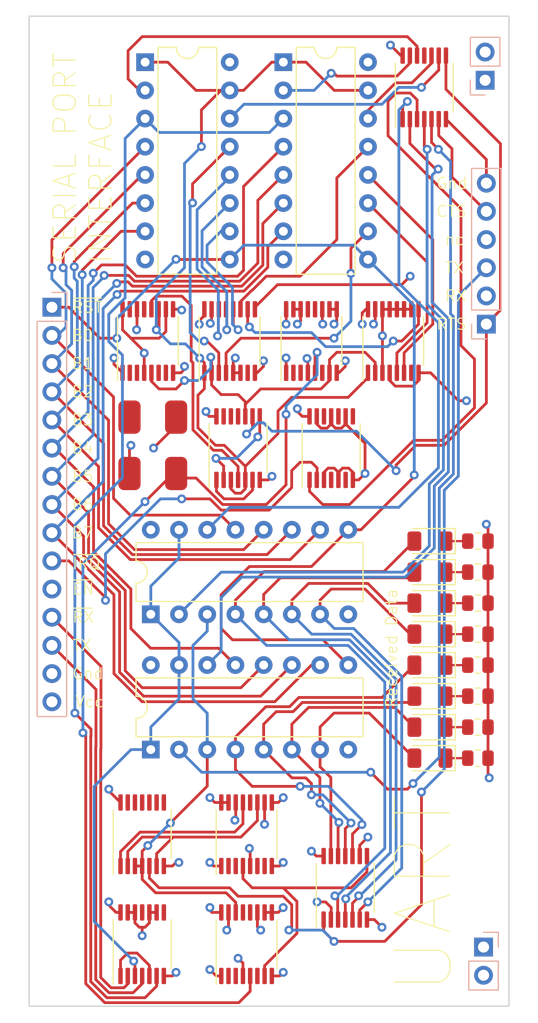
<source format=kicad_pcb>
(kicad_pcb (version 20211014) (generator pcbnew)
  (layers (0 "F.Cu" signal) (1 "In1.Cu" signal) (2 "In2.Cu" signal) (31 "B.Cu" signal) (34 "B.Paste" user) (35 "F.Paste" user) (36 "B.SilkS" user "B.Silkscreen") (37 "F.SilkS" user "F.Silkscreen") (38 "B.Mask" user) (39 "F.Mask" user) (44 "Edge.Cuts" user))
  (net 0 "")
  (net 1 "VCC")
  (net 2 "GND")
  (net 3 "BUS7")
  (net 4 "BUS6")
  (net 5 "BUS5")
  (net 6 "BUS4")
  (net 7 "BUS3")
  (net 8 "BUS2")
  (net 9 "BUS1")
  (net 10 "BUS0")
  (net 11 "/TX7")
  (net 14 "/TX6")
  (net 15 "/TX5")
  (net 16 "/TX4")
  (net 18 "/TX3")
  (net 21 "/TX2")
  (net 22 "/TX1")
  (net 23 "/TX0")
  (net 24 "SER_RTS")
  (net 25 "~{EN}")
  (net 26 "SER_RX")
  (net 27 "SER_TX")
  (net 32 "RX1")
  (net 33 "RX2")
  (net 34 "RX3")
  (net 35 "RX4")
  (net 36 "SER_CTS")
  (net 37 "~{RESET_BUFFERS}")
  (net 38 "RX7")
  (net 39 "RX0")
  (net 41 "RX5")
  (net 42 "RX6")
  (net 43 "TRANSMIT_BYTE")
  (net 44 "RECEIVE_BYTE")
  (net 48 "Net-(U1-Pad4)")
  (net 51 "Net-(U1-Pad11)")
  (net 53 "Net-(U1-Pad13)")
  (net 54 "UART_CLOCK")
  (net 55 "/TX_CLOCK")
  (net 57 "~{RECEIVING_DATA}")
  (net 59 "Net-(D1-Pad1)")
  (net 60 "Net-(D2-Pad1)")
  (net 61 "Net-(D3-Pad1)")
  (net 62 "Net-(D4-Pad1)")
  (net 63 "Net-(D5-Pad1)")
  (net 64 "Net-(D6-Pad1)")
  (net 65 "Net-(D7-Pad1)")
  (net 66 "Net-(D8-Pad1)")
  (net 70 "/TX_START")
  (net 71 "Net-(U4-Pad12)")
  (net 73 "TF_DATA_READ")
  (net 75 "/FIFO Receive/OR_NOT_EMPTY")
  (net 76 "~{RX_IRQ}")
  (net 84 "Net-(U6-Pad2)")
  (net 86 "Net-(U13-Pad2)")
  (net 87 "Net-(U13-Pad14)")
  (net 88 "/FIFO Transmit/IR_NOT_FULL")
  (net 89 "Net-(U10-Pad10)")
  (net 90 "Net-(U12-Pad2)")
  (net 91 "Net-(U12-Pad14)")
  (net 92 "EN")
  (net 93 "/FIFO Receive/READ")
  (net 94 "/FIFO Transmit/WRITE")
  (net 95 "Net-(U14-Pad9)")
  (net 96 "Net-(U14-Pad10)")
  (net 97 "Net-(U14-Pad12)")
  (net 98 "Net-(U14-Pad13)")
  (footprint "Resistor_SMD:R_0805_2012Metric" (layer "F.Cu") (at 192.024 112.014)
    (fp_text reference "R1" hide)
    (fp_text value "1kohm" hide)
  )
  (footprint "Resistor_SMD:R_0805_2012Metric" (layer "F.Cu") (at 192.024 109.22)
    (fp_text reference "R2" hide)
    (fp_text value "1kohm" hide)
  )
  (footprint "Resistor_SMD:R_0805_2012Metric" (layer "F.Cu") (at 192.024 98.044)
    (fp_text reference "R6" hide)
    (fp_text value "1kohm" hide)
  )
  (footprint "Resistor_SMD:R_0805_2012Metric" (layer "F.Cu") (at 192.024 92.456)
    (fp_text reference "R8" hide)
    (fp_text value "1kohm" hide)
  )
  (footprint "Resistor_SMD:R_0805_2012Metric" (layer "F.Cu") (at 192.024 95.25)
    (fp_text reference "R7" hide)
    (fp_text value "1kohm" hide)
  )
  (footprint "Resistor_SMD:R_0805_2012Metric" (layer "F.Cu") (at 192.024 100.838)
    (fp_text reference "R5" hide)
    (fp_text value "1kohm" hide)
  )
  (footprint "Resistor_SMD:R_0805_2012Metric" (layer "F.Cu") (at 192.024 103.632)
    (fp_text reference "R4" hide)
    (fp_text value "1kohm" hide)
  )
  (footprint "Resistor_SMD:R_0805_2012Metric" (layer "F.Cu") (at 192.024 106.426)
    (fp_text reference "R3" hide)
    (fp_text value "1kohm" hide)
  )
  (footprint "LED_SMD:LED_1206_3216Metric" (layer "F.Cu") (at 187.706 92.456 180)
    (fp_text reference "D8" hide)
    (fp_text value "LED" hide)
  )
  (footprint "LED_SMD:LED_1206_3216Metric" (layer "F.Cu") (at 187.706 95.25 180)
    (fp_text reference "D7" hide)
    (fp_text value "LED" hide)
  )
  (footprint "LED_SMD:LED_1206_3216Metric" (layer "F.Cu") (at 187.706 98.044 180)
    (fp_text reference "D6" hide)
    (fp_text value "LED" hide)
  )
  (footprint "LED_SMD:LED_1206_3216Metric" (layer "F.Cu") (at 187.706 100.838 180)
    (fp_text reference "D5" hide)
    (fp_text value "LED" hide)
  )
  (footprint "LED_SMD:LED_1206_3216Metric" (layer "F.Cu") (at 187.706 103.632 180)
    (fp_text reference "D4" hide)
    (fp_text value "LED" hide)
  )
  (footprint "LED_SMD:LED_1206_3216Metric" (layer "F.Cu") (at 187.706 106.426 180)
    (fp_text reference "D3" hide)
    (fp_text value "LED" hide)
  )
  (footprint "LED_SMD:LED_1206_3216Metric" (layer "F.Cu") (at 187.706 109.22 180)
    (fp_text reference "D2" hide)
    (fp_text value "LED" hide)
  )
  (footprint "LED_SMD:LED_1206_3216Metric" (layer "F.Cu") (at 187.706 112.014 180)
    (fp_text reference "D1" hide)
    (fp_text value "LED" hide)
  )
  (footprint "Package_SO:TSSOP-16_4.4x5mm_P0.65mm" (layer "F.Cu") (at 169.672 74.422 90)
    (fp_text reference "U10" hide)
    (fp_text value "74LS165")
  )
  (footprint "Package_SO:TSSOP-14_4.4x5mm_P0.65mm" (layer "F.Cu") (at 187.198 51.562 90)
    (fp_text reference "U14" hide)
    (fp_text value "74LS08")
  )
  (footprint "Package_SO:TSSOP-14_4.4x5mm_P0.65mm" (layer "F.Cu") (at 161.798 118.872 90)
    (fp_text reference "U7" hide)
    (fp_text value "74LS00")
  )
  (footprint "Package_DIP:DIP-16_W7.62mm" (layer "F.Cu") (at 162.062 49.291)
    (fp_text reference "U15" hide)
    (fp_text value "74LS224")
  )
  (footprint "Stephenv6:CFPS-72 SMD Clock" (layer "F.Cu") (at 172.835 83.87 -90)
    (fp_text reference "Y1" hide)
    (fp_text value "Crystal_GND24")
  )
  (footprint "Package_DIP:DIP-16_W7.62mm" (layer "F.Cu") (at 174.508 49.291)
    (fp_text reference "U16" hide)
    (fp_text value "74LS224")
  )
  (footprint "Package_DIP:DIP-16_W7.62mm" (layer "F.Cu") (at 162.575 99.05 90)
    (fp_text reference "U12" hide)
    (fp_text value "74LS224")
  )
  (footprint "Package_SO:TSSOP-14_4.4x5mm_P0.65mm" (layer "F.Cu") (at 170.434 84.074 90)
    (fp_text reference "U6" hide)
    (fp_text value "74LS00")
  )
  (footprint "Package_SO:TSSOP-16_4.4x5mm_P0.65mm" (layer "F.Cu") (at 171.196 128.778 90)
    (fp_text reference "U3" hide)
    (fp_text value "74LS193")
  )
  (footprint "Package_SO:TSSOP-16_4.4x5mm_P0.65mm" (layer "F.Cu") (at 177.038 74.422 90)
    (fp_text reference "U2" hide)
    (fp_text value "74LS193")
  )
  (footprint "Package_SO:TSSOP-14_4.4x5mm_P0.65mm" (layer "F.Cu") (at 178.816 84.074 90)
    (fp_text reference "U8" hide)
    (fp_text value "74LS04")
  )
  (footprint "Package_DIP:DIP-16_W7.62mm" (layer "F.Cu") (at 162.575 111.242 90)
    (fp_text reference "U13" hide)
    (fp_text value "74LS224")
  )
  (footprint "Package_SO:TSSOP-16_4.4x5mm_P0.65mm" (layer "F.Cu") (at 171.196 118.872 90)
    (fp_text reference "U1" hide)
    (fp_text value "74LS193")
  )
  (footprint "Package_SO:TSSOP-16_4.4x5mm_P0.65mm" (layer "F.Cu") (at 162.306 74.422 90)
    (fp_text reference "U4" hide)
    (fp_text value "74LS193")
  )
  (footprint "Package_SO:TSSOP-16_4.4x5mm_P0.65mm" (layer "F.Cu") (at 184.404 74.422 90)
    (fp_text reference "U11" hide)
    (fp_text value "74LS165")
  )
  (footprint "Package_SO:TSSOP-14_4.4x5mm_P0.65mm" (layer "F.Cu") (at 161.798 128.778 90)
    (fp_text reference "U5" hide)
    (fp_text value "74LS08")
  )
  (footprint "Package_SO:TSSOP-14_4.4x5mm_P0.65mm" (layer "F.Cu") (at 180.086 123.698 90)
    (fp_text reference "U9" hide)
    (fp_text value "74HC164")
  )
  (footprint "Connector_PinHeader_2.54mm:PinHeader_1x02_P2.54mm_Vertical" (layer "B.Cu") (at 192.676 50.918)
    (fp_text reference "J3" hide)
    (fp_text value "Conn_01x02")
  )
  (footprint "Connector_PinHeader_2.54mm:PinHeader_1x06_P2.54mm_Vertical" (layer "B.Cu") (at 192.786 72.898)
    (fp_text reference "J1" hide)
    (fp_text value "Conn_01x06")
  )
  (footprint "Connector_PinHeader_2.54mm:PinHeader_1x02_P2.54mm_Vertical" (layer "B.Cu") (at 192.532 129.037 180)
    (fp_text reference "J4" hide)
    (fp_text value "Conn_01x02")
  )
  (footprint "Connector_PinHeader_2.54mm:PinHeader_1x15_P2.54mm_Vertical" (layer "B.Cu") (at 153.67 71.374 180)
    (fp_text reference "J2" hide)
    (fp_text value "Conn_01x15")
  )
  (gr_rect (start 151.618 45.146) (end 194.818 134.366) (layer "Edge.Cuts") (width 0.12) (fill none))
  (gr_text "~{RX}" (at 155.448 99.314) (layer "F.SilkS") (effects (font (size 1 1) (thickness 0.1)) (justify left)))
  (gr_text "Vcc" (at 155.702 106.934) (layer "F.SilkS") (effects (font (size 1 1) (thickness 0.1)) (justify left)))
  (gr_text "Gnd" (at 188.214 60.198) (layer "F.SilkS") (effects (font (size 1 1) (thickness 0.1)) (justify left)))
  (gr_text "nc" (at 188.976 65.278) (layer "F.SilkS") (effects (font (size 1 1) (thickness 0.1)) (justify left)))
  (gr_text "B2" (at 157.48 78.994) (layer "F.SilkS") (effects (font (size 1 1) (thickness 0.1)) (justify right)))
  (gr_text "RX" (at 188.976 70.358) (layer "F.SilkS") (effects (font (size 1 1) (thickness 0.1)) (justify left)))
  (gr_text "~{EN}" (at 155.448 96.774) (layer "F.SilkS") (effects (font (size 1 1) (thickness 0.1)) (justify left)))
  (gr_text "UART" (at 187.198 124.206 90) (layer "F.SilkS") (effects (font (size 5 5) (thickness 0.1))))
  (gr_text "B6" (at 157.48 89.154) (layer "F.SilkS") (effects (font (size 1 1) (thickness 0.1)) (justify right)))
  (gr_text "B3" (at 157.48 81.534) (layer "F.SilkS") (effects (font (size 1 1) (thickness 0.1)) (justify right)))
  (gr_text "Gnd" (at 155.448 104.394) (layer "F.SilkS") (effects (font (size 1 1) (thickness 0.1)) (justify left)))
  (gr_text "B5" (at 157.48 86.614) (layer "F.SilkS") (effects (font (size 1 1) (thickness 0.1)) (justify right)))
  (gr_text "TX" (at 155.448 101.854) (layer "F.SilkS") (effects (font (size 1 1) (thickness 0.1)) (justify left)))
  (gr_text "SERIAL PORT\nINTERFACE" (at 156.464 67.564 90) (layer "F.SilkS") (effects (font (size 2 2) (thickness 0.1)) (justify left)))
  (gr_text "TX" (at 188.976 67.818) (layer "F.SilkS") (effects (font (size 1 1) (thickness 0.1)) (justify left)))
  (gr_text "RTS" (at 188.214 72.898) (layer "F.SilkS") (effects (font (size 1 1) (thickness 0.1)) (justify left)))
  (gr_text "B1" (at 157.48 76.454) (layer "F.SilkS") (effects (font (size 1 1) (thickness 0.1)) (justify right)))
  (gr_text "B0" (at 157.48 73.914) (layer "F.SilkS") (effects (font (size 1 1) (thickness 0.1)) (justify right)))
  (gr_text "CTS" (at 188.214 62.738) (layer "F.SilkS") (effects (font (size 1 1) (thickness 0.1)) (justify left)))
  (gr_text "Received Data" (at 184.2535 102.108 90) (layer "F.SilkS") (effects (font (size 1 1) (thickness 0.1))))
  (gr_text "B4" (at 157.48 84.074) (layer "F.SilkS") (effects (font (size 1 1) (thickness 0.1)) (justify right)))
  (gr_text "~{IRQ}" (at 155.448 94.488) (layer "F.SilkS") (effects (font (size 1 1) (thickness 0.1)) (justify left)))
  (gr_text "~{RST}" (at 155.448 71.374) (layer "F.SilkS") (effects (font (size 1 1) (thickness 0.1)) (justify left)))
  (gr_text "B7" (at 157.48 91.694) (layer "F.SilkS") (effects (font (size 1 1) (thickness 0.1)) (justify right)))
  (segment (start 161.981 75.367) (end 160.782 74.168) (width 0.25) (layer "F.Cu") (net 1))
  (segment (start 178.786 126.5605) (end 178.786 125.872639) (width 0.25) (layer "F.Cu") (net 1))
  (segment (start 158.75 114.849033) (end 158.791033 114.808) (width 0.25) (layer "F.Cu") (net 1))
  (segment (start 159.848 125.9155) (end 159.4435 125.9155) (width 0.25) (layer "F.Cu") (net 1))
  (segment (start 178.562 125.222) (end 178.308 124.968) (width 0.25) (layer "F.Cu") (net 1))
  (segment (start 176.713 76.066924) (end 176.6385 75.992424) (width 0.25) (layer "F.Cu") (net 1))
  (segment (start 176.2075 81.2115) (end 175.768 80.772) (width 0.25) (layer "F.Cu") (net 1))
  (segment (start 178.786 125.872639) (end 178.816 125.842639) (width 0.25) (layer "F.Cu") (net 1))
  (segment (start 168.921 116.0095) (end 168.3335 116.0095) (width 0.25) (layer "F.Cu") (net 1))
  (segment (start 182.129 71.5595) (end 181.9325 71.5595) (width 0.25) (layer "F.Cu") (net 1))
  (segment (start 170.871 131.6405) (end 170.871 130.485) (width 0.25) (layer "F.Cu") (net 1))
  (segment (start 178.136 120.8355) (end 177.4775 120.8355) (width 0.25) (layer "F.Cu") (net 1))
  (segment (start 168.3335 116.0095) (end 167.894 115.57) (width 0.25) (layer "F.Cu") (net 1))
  (segment (start 159.4435 125.9155) (end 158.791032 125.263032) (width 0.25) (layer "F.Cu") (net 1))
  (segment (start 160.782 74.168) (end 160.031 73.417) (width 0.25) (layer "F.Cu") (net 1))
  (segment (start 166.935314 72.586686) (end 166.935314 72.914062) (width 0.25) (layer "F.Cu") (net 1))
  (segment (start 161.981 77.2845) (end 161.981 75.509) (width 0.25) (layer "F.Cu") (net 1))
  (segment (start 183.429 73.955) (end 183.429 77.2845) (width 0.25) (layer "F.Cu") (net 1))
  (segment (start 178.013 71.5595) (end 178.013 72.857) (width 0.25) (layer "F.Cu") (net 1))
  (segment (start 167.544011 80.930011) (end 167.544011 80.772) (width 0.25) (layer "F.Cu") (net 1))
  (segment (start 167.8255 81.2115) (end 167.544011 80.930011) (width 0.25) (layer "F.Cu") (net 1))
  (segment (start 176.713 77.2845) (end 176.713 76.066924) (width 0.25) (layer "F.Cu") (net 1))
  (segment (start 174.763 71.5595) (end 174.763 72.887) (width 0.25) (layer "F.Cu") (net 1))
  (segment (start 173.471 116.0095) (end 174.0585 116.0095) (width 0.25) (layer "F.Cu") (net 1))
  (segment (start 163.931 71.5595) (end 163.931 73.5676) (width 0.25) (layer "F.Cu") (net 1))
  (segment (start 178.816 125.476) (end 178.562 125.222) (width 0.25) (layer "F.Cu") (net 1))
  (segment (start 178.013 72.857) (end 178.054 72.898) (width 0.25) (layer "F.Cu") (net 1))
  (segment (start 160.031 73.417) (end 160.031 71.5595) (width 0.25) (layer "F.Cu") (net 1))
  (segment (start 169.997 76.129) (end 170.18 75.946) (width 0.25) (layer "F.Cu") (net 1))
  (segment (start 168.921 116.0095) (end 169.571 116.0095) (width 0.25) (layer "F.Cu") (net 1))
  (segment (start 178.816 125.842639) (end 178.816 125.476) (width 0.25) (layer "F.Cu") (net 1))
  (segment (start 163.3306 74.168) (end 160.782 74.168) (width 0.25) (layer "F.Cu") (net 1))
  (segment (start 186.029 71.5595) (end 184.079 71.5595) (width 0.25) (layer "F.Cu") (net 1))
  (segment (start 181.61 71.882) (end 181.61 72.898) (width 0.25) (layer "F.Cu") (net 1))
  (segment (start 164.418 80.87) (end 164.418 82.471137) (width 0.25) (layer "F.Cu") (net 1))
  (segment (start 167.397 72.125) (end 166.935314 72.586686) (width 0.25) (layer "F.Cu") (net 1))
  (segment (start 167.397 71.5595) (end 167.397 72.125) (width 0.25) (layer "F.Cu") (net 1))
  (segment (start 168.0795 125.9155) (end 167.894 125.73) (width 0.25) (layer "F.Cu") (net 1))
  (segment (start 172.171 125.9155) (end 172.171 127.213) (width 0.25) (layer "F.Cu") (net 1))
  (segment (start 168.921 125.9155) (end 168.0795 125.9155) (width 0.25) (layer "F.Cu") (net 1))
  (segment (start 181.386 120.8355) (end 181.386 119.858) (width 0.25) (layer "F.Cu") (net 1))
  (segment (start 167.894 125.73) (end 167.894 125.476) (width 0.25) (layer "F.Cu") (net 1))
  (segment (start 170.647 77.2845) (end 169.997 77.2845) (width 0.25) (layer "F.Cu") (net 1))
  (segment (start 168.484 81.2115) (end 167.8255 81.2115) (width 0.25) (layer "F.Cu") (net 1))
  (segment (start 185.248 48.6995) (end 185.0975 48.6995) (width 0.25) (layer "F.Cu") (net 1))
  (segment (start 170.871 130.485) (end 170.434 130.048) (width 0.25) (layer "F.Cu") (net 1))
  (segment (start 183.429 71.5595) (end 183.429 73.955) (width 0.25) (layer "F.Cu") (net 1))
  (segment (start 160.031 71.5595) (end 160.681 71.5595) (width 0.25) (layer "F.Cu") (net 1))
  (segment (start 181.9325 71.5595) (end 181.61 71.882) (width 0.25) (layer "F.Cu") (net 1))
  (segment (start 171.521 121.7345) (end 171.521 120.213) (width 0.25) (layer "F.Cu") (net 1))
  (segment (start 181.61 119.634) (end 182.118 119.126) (width 0.25) (layer "F.Cu") (net 1))
  (segment (start 184.079 71.5595) (end 183.429 71.5595) (width 0.25) (layer "F.Cu") (net 1))
  (segment (start 175.768 80.772) (end 175.768 80.518) (width 0.25) (layer "F.Cu") (net 1))
  (segment (start 158.75 114.9115) (end 158.75 114.849033) (width 0.25) (layer "F.Cu") (net 1))
  (segment (start 181.386 119.858) (end 181.61 119.634) (width 0.25) (layer "F.Cu") (net 1))
  (segment (start 159.848 116.0095) (end 158.75 114.9115) (width 0.25) (layer "F.Cu") (net 1))
  (segment (start 169.997 77.2845) (end 169.997 76.129) (width 0.25) (layer "F.Cu") (net 1))
  (segment (start 164.418 82.471137) (end 162.82142 84.067717) (width 0.25) (layer "F.Cu") (net 1))
  (segment (start 161.981 75.367) (end 161.981 75.509) (width 0.25) (layer "F.Cu") (net 1))
  (segment (start 178.308 124.968) (end 177.546 124.968) (width 0.25) (layer "F.Cu") (net 1))
  (segment (start 172.171 127.213) (end 172.466 127.508) (width 0.25) (layer "F.Cu") (net 1))
  (segment (start 163.931 73.5676) (end 163.3306 74.168) (width 0.25) (layer "F.Cu") (net 1))
  (segment (start 174.0585 116.0095) (end 174.498 115.57) (width 0.25) (layer "F.Cu") (net 1))
  (segment (start 176.866 81.2115) (end 176.2075 81.2115) (width 0.25) (layer "F.Cu") (net 1))
  (segment (start 174.763 72.887) (end 174.752 72.898) (width 0.25) (layer "F.Cu") (net 1))
  (segment (start 185.0975 48.6995) (end 184.15 47.752) (width 0.25) (layer "F.Cu") (net 1))
  (segment (start 158.791032 125.263032) (end 158.791032 124.964747) (width 0.25) (layer "F.Cu") (net 1))
  (segment (start 177.4775 120.8355) (end 177.038 120.396) (width 0.25) (layer "F.Cu") (net 1))
  (segment (start 171.521 120.213) (end 171.45 120.142) (width 0.25) (layer "F.Cu") (net 1))
  (via (at 174.752 72.898) (size 0.8) (drill 0.4) (layers "F.Cu" "B.Cu") (net 1))
  (via (at 161.981 75.509) (size 0.8) (drill 0.4) (layers "F.Cu" "B.Cu") (net 1))
  (via (at 175.768 80.518) (size 0.8) (drill 0.4) (layers "F.Cu" "B.Cu") (net 1))
  (via (at 181.61 72.898) (size 0.8) (drill 0.4) (layers "F.Cu" "B.Cu") (net 1))
  (via (at 166.935314 72.914062) (size 0.8) (drill 0.4) (layers "F.Cu" "B.Cu") (net 1))
  (via (at 182.118 119.126) (size 0.8) (drill 0.4) (layers "F.Cu" "B.Cu") (net 1))
  (via (at 167.894 125.476) (size 0.8) (drill 0.4) (layers "F.Cu" "B.Cu") (net 1))
  (via (at 158.791032 124.964747) (size 0.8) (drill 0.4) (layers "F.Cu" "B.Cu") (net 1))
  (via (at 174.498 115.57) (size 0.8) (drill 0.4) (layers "F.Cu" "B.Cu") (net 1))
  (via (at 167.894 115.57) (size 0.8) (drill 0.4) (layers "F.Cu" "B.Cu") (net 1))
  (via (at 178.054 72.898) (size 0.8) (drill 0.4) (layers "F.Cu" "B.Cu") (net 1))
  (via (at 177.038 120.396) (size 0.8) (drill 0.4) (layers "F.Cu" "B.Cu") (net 1))
  (via (at 176.6385 75.992424) (size 0.8) (drill 0.4) (layers "F.Cu" "B.Cu") (net 1))
  (via (at 171.45 120.142) (size 0.8) (drill 0.4) (layers "F.Cu" "B.Cu") (net 1))
  (via (at 177.546 124.968) (size 0.8) (drill 0.4) (layers "F.Cu" "B.Cu") (net 1))
  (via (at 184.15 47.752) (size 0.8) (drill 0.4) (layers "F.Cu" "B.Cu") (net 1))
  (via (at 170.18 75.946) (size 0.8) (drill 0.4) (layers "F.Cu" "B.Cu") (net 1))
  (via (at 167.544011 80.772) (size 0.8) (drill 0.4) (layers "F.Cu" "B.Cu") (net 1))
  (via (at 183.429 73.955) (size 0.8) (drill 0.4) (layers "F.Cu" "B.Cu") (net 1))
  (via (at 158.791033 114.808) (size 0.8) (drill 0.4) (layers "F.Cu" "B.Cu") (net 1))
  (via (at 162.82142 84.067717) (size 0.8) (drill 0.4) (layers "F.Cu" "B.Cu") (net 1))
  (via (at 172.466 127.508) (size 0.8) (drill 0.4) (layers "F.Cu" "B.Cu") (net 1))
  (via (at 170.434 130.048) (size 0.8) (drill 0.4) (layers "F.Cu" "B.Cu") (net 1))
  (segment (start 163.748 121.7345) (end 164.5235 121.7345) (width 0.25) (layer "F.Cu") (net 2))
  (segment (start 178.816 81.899361) (end 179.190159 82.27352) (width 0.25) (layer "F.Cu") (net 2))
  (segment (start 168.921 131.6405) (end 168.4705 131.6405) (width 0.25) (layer "F.Cu") (net 2))
  (segment (start 162.052 127.254) (end 161.798 127.254) (width 0.25) (layer "F.Cu") (net 2))
  (segment (start 186.182 78.486) (end 186.69 77.978) (width 0.25) (layer "F.Cu") (net 2))
  (segment (start 164.581 77.2845) (end 165.2855 77.2845) (width 0.25) (layer "F.Cu") (net 2))
  (segment (start 177.516 81.899361) (end 177.890159 82.27352) (width 0.25) (layer "F.Cu") (net 2))
  (segment (start 170.221 117.530552) (end 170.1465 117.605052) (width 0.25) (layer "F.Cu") (net 2))
  (segment (start 182.6945 126.5605) (end 183.388 127.254) (width 0.25) (layer "F.Cu") (net 2))
  (segment (start 174.0585 125.9155) (end 174.493701 125.480299) (width 0.25) (layer "F.Cu") (net 2))
  (segment (start 178.166 86.248639) (end 178.540159 85.87448) (width 0.25) (layer "F.Cu") (net 2))
  (segment (start 161.148 126.858) (end 161.148 125.9155) (width 0.25) (layer "F.Cu") (net 2))
  (segment (start 161.544 127.254) (end 161.148 126.858) (width 0.25) (layer "F.Cu") (net 2))
  (segment (start 172.72 76.708) (end 172.72 76.2) (width 0.25) (layer "F.Cu") (net 2))
  (segment (start 180.116 81.2115) (end 180.116 81.899361) (width 0.25) (layer "F.Cu") (net 2))
  (segment (start 164.5235 121.7345) (end 164.846 121.412) (width 0.25) (layer "F.Cu") (net 2))
  (segment (start 172.821 117.969424) (end 172.814452 117.975972) (width 0.25) (layer "F.Cu") (net 2))
  (segment (start 173.471 131.6405) (end 174.1755 131.6405) (width 0.25) (layer "F.Cu") (net 2))
  (segment (start 160.498 125.9155) (end 161.148 125.9155) (width 0.25) (layer "F.Cu") (net 2))
  (segment (start 190.283317 79.801916) (end 190.990542 79.801916) (width 0.25) (layer "F.Cu") (net 2))
  (segment (start 179.466 86.9365) (end 179.466 86.248639) (width 0.25) (layer "F.Cu") (net 2))
  (segment (start 165.2855 77.2845) (end 165.608 76.962) (width 0.25) (layer "F.Cu") (net 2))
  (segment (start 192.9365 92.456) (end 192.9365 112.014) (width 0.25) (layer "F.Cu") (net 2))
  (segment (start 174.1755 121.7345) (end 174.498 121.412) (width 0.25) (layer "F.Cu") (net 2))
  (segment (start 161.798 127.254) (end 161.544 127.254) (width 0.25) (layer "F.Cu") (net 2))
  (segment (start 182.779 72.745) (end 182.626 72.898) (width 0.25) (layer "F.Cu") (net 2))
  (segment (start 187.765901 77.2845) (end 190.283317 79.801916) (width 0.25) (layer "F.Cu") (net 2))
  (segment (start 179.091841 85.87448) (end 179.466 86.248639) (width 0.25) (layer "F.Cu") (net 2))
  (segment (start 179.190159 82.27352) (end 179.741841 82.27352) (width 0.25) (layer "F.Cu") (net 2))
  (segment (start 174.763 75.957) (end 174.752 75.946) (width 0.25) (layer "F.Cu") (net 2))
  (segment (start 192.786 58.0625) (end 192.786 60.198) (width 0.25) (layer "F.Cu") (net 2))
  (segment (start 173.471 125.9155) (end 174.0585 125.9155) (width 0.25) (layer "F.Cu") (net 2))
  (segment (start 164.846 121.412) (end 165.1 121.412) (width 0.25) (layer "F.Cu") (net 2))
  (segment (start 174.1755 131.6405) (end 174.498 131.318) (width 0.25) (layer "F.Cu") (net 2))
  (segment (start 178.166 86.9365) (end 178.166 86.248639) (width 0.25) (layer "F.Cu") (net 2))
  (segment (start 186.679 77.2845) (end 187.765901 77.2845) (width 0.25) (layer "F.Cu") (net 2))
  (segment (start 179.466 86.248639) (end 179.840159 85.87448) (width 0.25) (layer "F.Cu") (net 2))
  (segment (start 160.031 77.2845) (end 159.258 76.5115) (width 0.25) (layer "F.Cu") (net 2))
  (segment (start 184.592639 78.486) (end 186.182 78.486) (width 0.25) (layer "F.Cu") (net 2))
  (segment (start 160.655 86.36) (end 160.655 83.947) (width 0.25) (layer "F.Cu") (net 2))
  (segment (start 168.047 71.5595) (end 168.047 72.717212) (width 0.25) (layer "F.Cu") (net 2))
  (segment (start 169.571 127.355) (end 169.418 127.508) (width 0.25) (layer "F.Cu") (net 2))
  (segment (start 174.763 77.2845) (end 174.763 75.957) (width 0.25) (layer "F.Cu") (net 2))
  (segment (start 164.5235 131.6405) (end 164.846 131.318) (width 0.25) (layer "F.Cu") (net 2))
  (segment (start 184.079 77.2845) (end 184.079 77.972361) (width 0.25) (layer "F.Cu") (net 2))
  (segment (start 171.947 77.2845) (end 172.1435 77.2845) (width 0.25) (layer "F.Cu") (net 2))
  (segment (start 192.9365 91.0825) (end 192.786 90.932) (width 0.25) (layer "F.Cu") (net 2))
  (segment (start 160.655 83.947) (end 160.782 83.82) (width 0.25) (layer "F.Cu") (net 2))
  (segment (start 161.331 73.373598) (end 161.294299 73.410299) (width 0.25) (layer "F.Cu") (net 2))
  (segment (start 176.063 72.603) (end 175.768 72.898) (width 0.25) (layer "F.Cu") (net 2))
  (segment (start 179.313 77.2845) (end 179.5095 77.2845) (width 0.25) (layer "F.Cu") (net 2))
  (segment (start 172.821 116.0095) (end 172.821 117.969424) (width 0.25) (layer "F.Cu") (net 2))
  (segment (start 192.9365 113.6885) (end 193.04 113.792) (width 0.25) (layer "F.Cu") (net 2))
  (segment (start 179.313 71.5595) (end 179.313 72.655) (width 0.25) (layer "F.Cu") (net 2))
  (segment (start 182.779 71.5595) (end 182.779 72.745) (width 0.25) (layer "F.Cu") (net 2))
  (segment (start 186.69 77.2955) (end 186.679 77.2845) (width 0.25) (layer "F.Cu") (net 2))
  (segment (start 172.821 125.9155) (end 173.471 125.9155) (width 0.25) (layer "F.Cu") (net 2))
  (segment (start 165.2855 71.5595) (end 165.354 71.628) (width 0.25) (layer "F.Cu") (net 2))
  (segment (start 159.258 76.5115) (end 159.258 75.946) (width 0.25) (layer "F.Cu") (net 2))
  (segment (start 161.798 127.254) (end 161.798 128.016) (width 0.25) (layer "F.Cu") (net 2))
  (segment (start 178.816 81.2115) (end 178.816 81.899361) (width 0.25) (layer "F.Cu") (net 2))
  (segment (start 170.221 116.0095) (end 170.221 117.530552) (width 0.25) (layer "F.Cu") (net 2))
  (segment (start 178.441841 82.27352) (end 178.816 81.899361) (width 0.25) (layer "F.Cu") (net 2))
  (segment (start 173.471 121.7345) (end 174.1755 121.7345) (width 0.25) (layer "F.Cu") (net 2))
  (segment (start 169.571 125.9155) (end 169.571 127.355) (width 0.25) (layer "F.Cu") (net 2))
  (segment (start 176.063 71.5595) (end 176.063 72.603) (width 0.25) (layer "F.Cu") (net 2))
  (segment (start 179.5095 77.2845) (end 179.832 76.962) (width 0.25) (layer "F.Cu") (net 2))
  (segment (start 172.1435 77.2845) (end 172.72 76.708) (width 0.25) (layer "F.Cu") (net 2))
  (segment (start 179.741841 82.27352) (end 180.116 81.899361) (width 0.25) (layer "F.Cu") (net 2))
  (segment (start 184.079 77.972361) (end 184.592639 78.486) (width 0.25) (layer "F.Cu") (net 2))
  (segment (start 189.148 54.4245) (end 192.786 58.0625) (width 0.25) (layer "F.Cu") (net 2))
  (segment (start 178.540159 85.87448) (end 179.091841 85.87448) (width 0.25) (layer "F.Cu") (net 2))
  (segment (start 192.9365 92.456) (end 192.9365 91.0825) (width 0.25) (layer "F.Cu") (net 2))
  (segment (start 168.047 72.717212) (end 167.9315 72.832712) (width 0.25) (layer "F.Cu") (net 2))
  (segment (start 168.4705 131.6405) (end 167.894 131.064) (width 0.25) (layer "F.Cu") (net 2))
  (segment (start 164.581 71.5595) (end 165.2855 71.5595) (width 0.25) (layer "F.Cu") (net 2))
  (segment (start 178.663 71.5595) (end 179.313 71.5595) (width 0.25) (layer "F.Cu") (net 2))
  (segment (start 161.331 71.5595) (end 161.331 73.373598) (width 0.25) (layer "F.Cu") (net 2))
  (segment (start 165.608 76.962) (end 165.608 76.708) (width 0.25) (layer "F.Cu") (net 2))
  (segment (start 180.086 76.708) (end 180.086 76.2) (width 0.25) (layer "F.Cu") (net 2))
  (segment (start 180.391841 85.87448) (end 180.766 86.248639) (width 0.25) (layer "F.Cu") (net 2))
  (segment (start 175.413 71.5595) (end 176.063 71.5595) (width 0.25) (layer "F.Cu") (net 2))
  (segment (start 162.448 125.9155) (end 163.098 125.9155) (width 0.25) (layer "F.Cu") (net 2))
  (segment (start 181.2875 86.9365) (end 181.864 86.36) (width 0.25) (layer "F.Cu") (net 2))
  (segment (start 179.840159 85.87448) (end 180.391841 85.87448) (width 0.25) (layer "F.Cu") (net 2))
  (segment (start 168.2165 121.7345) (end 167.894 121.412) (width 0.25) (layer "F.Cu") (net 2))
  (segment (start 177.516 81.2115) (end 177.516 81.899361) (width 0.25) (layer "F.Cu") (net 2))
  (segment (start 182.036 126.5605) (end 182.6945 126.5605) (width 0.25) (layer "F.Cu") (net 2))
  (segment (start 186.69 77.978) (end 186.69 77.2955) (width 0.25) (layer "F.Cu") (net 2))
  (segment (start 179.832 76.962) (end 180.086 76.708) (width 0.25) (layer "F.Cu") (net 2))
  (segment (start 177.890159 82.27352) (end 178.441841 82.27352) (width 0.25) (layer "F.Cu") (net 2))
  (segment (start 163.748 131.6405) (end 164.5235 131.6405) (width 0.25) (layer "F.Cu") (net 2))
  (segment (start 179.313 72.655) (end 179.07 72.898) (width 0.25) (layer "F.Cu") (net 2))
  (segment (start 180.116 81.899361) (end 181.864 83.647361) (width 0.25) (layer "F.Cu") (net 2))
  (segment (start 192.9365 112.014) (end 192.9365 113.6885) (width 0.25) (layer "F.Cu") (net 2))
  (segment (start 162.448 125.9155) (end 162.448 126.858) (width 0.25) (layer "F.Cu") (net 2))
  (segment (start 181.864 83.647361) (end 181.864 86.36) (width 0.25) (layer "F.Cu") (net 2))
  (segment (start 173.1595 86.9365) (end 173.482 86.614) (width 0.25) (layer "F.Cu") (net 2))
  (segment (start 168.921 121.7345) (end 168.2165 121.7345) (width 0.25) (layer "F.Cu") (net 2))
  (segment (start 180.766 86.9365) (end 181.2875 86.9365) (width 0.25) (layer "F.Cu") (net 2))
  (segment (start 162.448 126.858) (end 162.052 127.254) (width 0.25) (layer "F.Cu") (net 2))
  (segment (start 180.766 86.248639) (end 180.766 86.9365) (width 0.25) (layer "F.Cu") (net 2))
  (segment (start 172.384 86.9365) (end 173.1595 86.9365) (width 0.25) (layer "F.Cu") (net 2))
  (via (at 167.894 121.412) (size 0.8) (drill 0.4) (layers "F.Cu" "B.Cu") (net 2))
  (via (at 174.498 131.318) (size 0.8) (drill 0.4) (layers "F.Cu" "B.Cu") (net 2))
  (via (at 175.768 72.898) (size 0.8) (drill 0.4) (layers "F.Cu" "B.Cu") (net 2))
  (via (at 165.1 121.412) (size 0.8) (drill 0.4) (layers "F.Cu" "B.Cu") (net 2))
  (via (at 165.354 71.628) (size 0.8) (drill 0.4) (layers "F.Cu" "B.Cu") (net 2))
  (via (at 190.990542 79.801916) (size 0.8) (drill 0.4) (layers "F.Cu" "B.Cu") (net 2))
  (via (at 192.786 90.932) (size 0.8) (drill 0.4) (layers "F.Cu" "B.Cu") (net 2))
  (via (at 183.388 127.254) (size 0.8) (drill 0.4) (layers "F.Cu" "B.Cu") (net 2))
  (via (at 172.72 76.2) (size 0.8) (drill 0.4) (layers "F.Cu" "B.Cu") (net 2))
  (via (at 160.782 83.82) (size 0.8) (drill 0.4) (layers "F.Cu" "B.Cu") (net 2))
  (via (at 170.1465 117.605052) (size 0.8) (drill 0.4) (layers "F.Cu" "B.Cu") (net 2))
  (via (at 182.626 72.898) (size 0.8) (drill 0.4) (layers "F.Cu" "B.Cu") (net 2))
  (via (at 180.086 76.2) (size 0.8) (drill 0.4) (layers "F.Cu" "B.Cu") (net 2))
  (via (at 172.814452 117.975972) (size 0.8) (drill 0.4) (layers "F.Cu" "B.Cu") (net 2))
  (via (at 174.498 121.412) (size 0.8) (drill 0.4) (layers "F.Cu" "B.Cu") (net 2))
  (via (at 159.258 75.946) (size 0.8) (drill 0.4) (layers "F.Cu" "B.Cu") (net 2))
  (via (at 161.294299 73.410299) (size 0.8) (drill 0.4) (layers "F.Cu" "B.Cu") (net 2))
  (via (at 165.608 76.708) (size 0.8) (drill 0.4) (layers "F.Cu" "B.Cu") (net 2))
  (via (at 174.752 75.946) (size 0.8) (drill 0.4) (layers "F.Cu" "B.Cu") (net 2))
  (via (at 167.894 131.064) (size 0.8) (drill 0.4) (layers "F.Cu" "B.Cu") (net 2))
  (via (at 161.798 128.016) (size 0.8) (drill 0.4) (layers "F.Cu" "B.Cu") (net 2))
  (via (at 167.9315 72.832712) (size 0.8) (drill 0.4) (layers "F.Cu" "B.Cu") (net 2))
  (via (at 173.482 86.614) (size 0.8) (drill 0.4) (layers "F.Cu" "B.Cu") (net 2))
  (via (at 164.846 131.318) (size 0.8) (drill 0.4) (layers "F.Cu" "B.Cu") (net 2))
  (via (at 169.418 127.508) (size 0.8) (drill 0.4) (layers "F.Cu" "B.Cu") (net 2))
  (via (at 179.07 72.898) (size 0.8) (drill 0.4) (layers "F.Cu" "B.Cu") (net 2))
  (via (at 174.493701 125.480299) (size 0.8) (drill 0.4) (layers "F.Cu" "B.Cu") (net 2))
  (via (at 193.04 113.792) (size 0.8) (drill 0.4) (layers "F.Cu" "B.Cu") (net 2))
  (via (at 181.864 86.36) (size 0.8) (drill 0.4) (layers "F.Cu" "B.Cu") (net 2))
  (segment (start 173.11102 67.771917) (end 170.9544 69.928533) (width 0.25) (layer "F.Cu") (net 3))
  (segment (start 170.9544 69.928533) (end 169.837241 69.928532) (width 0.25) (layer "F.Cu") (net 3))
  (segment (start 173.111021 65.927979) (end 173.11102 67.771917) (width 0.25) (layer "F.Cu") (net 3))
  (segment (start 173.744613 106.923979) (end 161.787979 106.923979) (width 0.25) (layer "F.Cu") (net 3))
  (segment (start 161.787979 106.923979) (end 159.258 104.394) (width 0.25) (layer "F.Cu") (net 3))
  (segment (start 177.815 103.622) (end 177.046592 103.622) (width 0.25) (layer "F.Cu") (net 3))
  (segment (start 174.508 64.531) (end 173.111021 65.927979) (width 0.25) (layer "F.Cu") (net 3))
  (segment (start 159.840522 69.928532) (end 159.537679 70.231375) (width 0.25) (layer "F.Cu") (net 3))
  (segment (start 159.258 104.394) (end 159.258 97.282) (width 0.25) (layer "F.Cu") (net 3))
  (segment (start 169.837241 69.928532) (end 159.840522 69.928532) (width 0.25) (layer "F.Cu") (net 3))
  (segment (start 177.046592 103.622) (end 173.744613 106.923979) (width 0.25) (layer "F.Cu") (net 3))
  (segment (start 159.258 97.282) (end 153.67 91.694) (width 0.25) (layer "F.Cu") (net 3))
  (via (at 159.537679 70.231375) (size 0.8) (drill 0.4) (layers "F.Cu" "B.Cu") (net 3))
  (segment (start 158.279499 71.489555) (end 159.537679 70.231375) (width 0.25) (layer "B.Cu") (net 3))
  (segment (start 158.279499 87.084501) (end 158.279499 71.489555) (width 0.25) (layer "B.Cu") (net 3))
  (segment (start 153.67 91.694) (end 158.279499 87.084501) (width 0.25) (layer "B.Cu") (net 3))
  (segment (start 160.917612 69.47902) (end 160.526592 69.088) (width 0.25) (layer "F.Cu") (net 4))
  (segment (start 159.654474 69.088) (end 159.510224 69.23225) (width 0.25) (layer "F.Cu") (net 4))
  (segment (start 172.66151 67.585722) (end 170.768207 69.479022) (width 0.25) (layer "F.Cu") (net 4))
  (segment (start 170.768207 69.479022) (end 170.023434 69.479021) (width 0.25) (layer "F.Cu") (net 4))
  (segment (start 174.508 61.991) (end 172.661511 63.837489) (width 0.25) (layer "F.Cu") (net 4))
  (segment (start 156.522491 92.006491) (end 156.522491 93.785899) (width 0.25) (layer "F.Cu") (net 4))
  (segment (start 159.766 97.029408) (end 159.766 104.266296) (width 0.25) (layer "F.Cu") (net 4))
  (segment (start 156.522491 93.785899) (end 159.766 97.029408) (width 0.25) (layer "F.Cu") (net 4))
  (segment (start 170.023434 69.479021) (end 160.917612 69.47902) (width 0.25) (layer "F.Cu") (net 4))
  (segment (start 172.471 106.426) (end 175.275 103.622) (width 0.25) (layer "F.Cu") (net 4))
  (segment (start 160.526592 69.088) (end 159.654474 69.088) (width 0.25) (layer "F.Cu") (net 4))
  (segment (start 153.67 89.154) (end 156.522491 92.006491) (width 0.25) (layer "F.Cu") (net 4))
  (segment (start 161.925704 106.426) (end 172.471 106.426) (width 0.25) (layer "F.Cu") (net 4))
  (segment (start 159.766 104.266296) (end 161.925704 106.426) (width 0.25) (layer "F.Cu") (net 4))
  (segment (start 172.661511 63.837489) (end 172.66151 67.585722) (width 0.25) (layer "F.Cu") (net 4))
  (via (at 159.510224 69.23225) (size 0.8) (drill 0.4) (layers "F.Cu" "B.Cu") (net 4))
  (segment (start 157.829989 84.994011) (end 157.829989 70.912485) (width 0.25) (layer "B.Cu") (net 4))
  (segment (start 157.829989 70.912485) (end 159.510224 69.23225) (width 0.25) (layer "B.Cu") (net 4))
  (segment (start 153.67 89.154) (end 157.829989 84.994011) (width 0.25) (layer "B.Cu") (net 4))
  (segment (start 160.274 104.138592) (end 161.799408 105.664) (width 0.25) (layer "F.Cu") (net 5))
  (segment (start 170.582014 69.02951) (end 161.103806 69.02951) (width 0.25) (layer "F.Cu") (net 5))
  (segment (start 153.67 86.614) (end 156.972 89.916) (width 0.25) (layer "F.Cu") (net 5))
  (segment (start 161.103806 69.02951) (end 160.582046 68.50775) (width 0.25) (layer "F.Cu") (net 5))
  (segment (start 172.212 67.399528) (end 170.582014 69.02951) (width 0.25) (layer "F.Cu") (net 5))
  (segment (start 170.693 105.664) (end 172.735 103.622) (width 0.25) (layer "F.Cu") (net 5))
  (segment (start 156.972001 93.599705) (end 160.274 96.901704) (width 0.25) (layer "F.Cu") (net 5))
  (segment (start 161.799408 105.664) (end 170.693 105.664) (width 0.25) (layer "F.Cu") (net 5))
  (segment (start 156.972 89.916) (end 156.972001 93.599705) (width 0.25) (layer "F.Cu") (net 5))
  (segment (start 174.508 59.451) (end 172.212 61.747) (width 0.25) (layer "F.Cu") (net 5))
  (segment (start 160.274 96.901704) (end 160.274 104.138592) (width 0.25) (layer "F.Cu") (net 5))
  (segment (start 172.212 61.747) (end 172.212 67.399528) (width 0.25) (layer "F.Cu") (net 5))
  (segment (start 160.582046 68.50775) (end 158.374455 68.50775) (width 0.25) (layer "F.Cu") (net 5))
  (via (at 158.374455 68.50775) (size 0.8) (drill 0.4) (layers "F.Cu" "B.Cu") (net 5))
  (segment (start 158.374455 68.614585) (end 158.374455 68.50775) (width 0.25) (layer "B.Cu") (net 5))
  (segment (start 157.380479 82.903521) (end 157.380479 69.608561) (width 0.25) (layer "B.Cu") (net 5))
  (segment (start 157.380479 69.608561) (end 158.374455 68.614585) (width 0.25) (layer "B.Cu") (net 5))
  (segment (start 153.67 86.614) (end 157.380479 82.903521) (width 0.25) (layer "B.Cu") (net 5))
  (segment (start 160.782 100.33) (end 162.56 102.108) (width 0.25) (layer "F.Cu") (net 6))
  (segment (start 160.274 67.564) (end 158.140199 67.564) (width 0.25) (layer "F.Cu") (net 6))
  (segment (start 174.508 56.911) (end 170.923862 60.495138) (width 0.25) (layer "F.Cu") (net 6))
  (segment (start 153.924 84.074) (end 157.421511 87.571511) (width 0.25) (layer "F.Cu") (net 6))
  (segment (start 157.421511 87.571511) (end 157.421511 93.413511) (width 0.25) (layer "F.Cu") (net 6))
  (segment (start 157.421511 93.413511) (end 160.782 96.774) (width 0.25) (layer "F.Cu") (net 6))
  (segment (start 161.29 68.58) (end 160.274 67.564) (width 0.25) (layer "F.Cu") (net 6))
  (segment (start 168.681 102.108) (end 170.195 103.622) (width 0.25) (layer "F.Cu") (net 6))
  (segment (start 162.56 102.108) (end 168.681 102.108) (width 0.25) (layer "F.Cu") (net 6))
  (segment (start 160.782 96.774) (end 160.782 100.33) (width 0.25) (layer "F.Cu") (net 6))
  (segment (start 153.67 84.074) (end 153.924 84.074) (width 0.25) (layer "F.Cu") (net 6))
  (segment (start 170.923862 68.05196) (end 170.395822 68.58) (width 0.25) (layer "F.Cu") (net 6))
  (segment (start 158.140199 67.564) (end 157.394839 68.30936) (width 0.25) (layer "F.Cu") (net 6))
  (segment (start 170.923862 60.495138) (end 170.923862 68.05196) (width 0.25) (layer "F.Cu") (net 6))
  (segment (start 170.395822 68.58) (end 161.29 68.58) (width 0.25) (layer "F.Cu") (net 6))
  (via (at 157.394839 68.30936) (size 0.8) (drill 0.4) (layers "F.Cu" "B.Cu") (net 6))
  (segment (start 153.67 84.074) (end 156.930969 80.813031) (width 0.25) (layer "B.Cu") (net 6))
  (segment (start 156.930969 80.813031) (end 156.930969 69.422367) (width 0.25) (layer "B.Cu") (net 6))
  (segment (start 156.930969 69.422367) (end 157.394839 68.958497) (width 0.25) (layer "B.Cu") (net 6))
  (segment (start 157.394839 68.958497) (end 157.394839 68.30936) (width 0.25) (layer "B.Cu") (net 6))
  (segment (start 157.871023 91.259875) (end 160.72817 94.117022) (width 0.25) (layer "F.Cu") (net 7))
  (segment (start 157.871022 85.735022) (end 157.871023 91.259875) (width 0.25) (layer "F.Cu") (net 7))
  (segment (start 160.72817 94.117022) (end 175.127979 94.117021) (width 0.25) (layer "F.Cu") (net 7))
  (segment (start 162.062 64.531) (end 159.90236 64.531) (width 0.25) (layer "F.Cu") (net 7))
  (segment (start 159.90236 64.531) (end 156.398013 68.035347) (width 0.25) (layer "F.Cu") (net 7))
  (segment (start 153.67 81.534) (end 157.871022 85.735022) (width 0.25) (layer "F.Cu") (net 7))
  (segment (start 156.398013 68.035347) (end 156.398013 68.449237) (width 0.25) (layer "F.Cu") (net 7))
  (segment (start 175.127979 94.117021) (end 177.815 91.43) (width 0.25) (layer "F.Cu") (net 7))
  (via (at 156.398013 68.449237) (size 0.8) (drill 0.4) (layers "F.Cu" "B.Cu") (net 7))
  (segment (start 156.405885 78.798115) (end 156.405885 68.457109) (width 0.25) (layer "B.Cu") (net 7))
  (segment (start 153.67 81.534) (end 156.405885 78.798115) (width 0.25) (layer "B.Cu") (net 7))
  (segment (start 156.405885 68.457109) (end 156.398013 68.449237) (width 0.25) (layer "B.Cu") (net 7))
  (segment (start 158.320533 83.644533) (end 158.320533 91.073681) (width 0.25) (layer "F.Cu") (net 8))
  (segment (start 173.037489 93.667511) (end 175.275 91.43) (width 0.25) (layer "F.Cu") (net 8))
  (segment (start 160.93063 61.991) (end 155.681385 67.240245) (width 0.25) (layer "F.Cu") (net 8))
  (segment (start 155.681385 67.240245) (end 155.681385 67.727375) (width 0.25) (layer "F.Cu") (net 8))
  (segment (start 162.062 61.991) (end 160.93063 61.991) (width 0.25) (layer "F.Cu") (net 8))
  (segment (start 158.320533 91.073681) (end 160.914363 93.667511) (width 0.25) (layer "F.Cu") (net 8))
  (segment (start 160.914363 93.667511) (end 173.037489 93.667511) (width 0.25) (layer "F.Cu") (net 8))
  (segment (start 153.67 78.994) (end 158.320533 83.644533) (width 0.25) (layer "F.Cu") (net 8))
  (via (at 155.681385 67.727375) (size 0.8) (drill 0.4) (layers "F.Cu" "B.Cu") (net 8))
  (segment (start 155.956 69.031824) (end 155.673512 68.749336) (width 0.25) (layer "B.Cu") (net 8))
  (segment (start 155.956 76.708) (end 155.956 69.031824) (width 0.25) (layer "B.Cu") (net 8))
  (segment (start 155.673512 68.749336) (end 155.673512 67.735248) (width 0.25) (layer "B.Cu") (net 8))
  (segment (start 155.673512 67.735248) (end 155.681385 67.727375) (width 0.25) (layer "B.Cu") (net 8))
  (segment (start 153.67 78.994) (end 155.956 76.708) (width 0.25) (layer "B.Cu") (net 8))
  (segment (start 161.100556 93.218) (end 170.947 93.218) (width 0.25) (layer "F.Cu") (net 9))
  (segment (start 154.686 66.548) (end 161.783 59.451) (width 0.25) (layer "F.Cu") (net 9))
  (segment (start 161.783 59.451) (end 162.062 59.451) (width 0.25) (layer "F.Cu") (net 9))
  (segment (start 154.686 67.818) (end 154.686 66.548) (width 0.25) (layer "F.Cu") (net 9))
  (segment (start 170.947 93.218) (end 172.735 91.43) (width 0.25) (layer "F.Cu") (net 9))
  (segment (start 158.770044 81.554044) (end 158.770044 90.887488) (width 0.25) (layer "F.Cu") (net 9))
  (segment (start 153.67 76.454) (end 158.770044 81.554044) (width 0.25) (layer "F.Cu") (net 9))
  (segment (start 158.770044 90.887488) (end 161.100556 93.218) (width 0.25) (layer "F.Cu") (net 9))
  (via (at 154.686 67.818) (size 0.8) (drill 0.4) (layers "F.Cu" "B.Cu") (net 9))
  (segment (start 155.448 74.676) (end 155.448 69.85) (width 0.25) (layer "B.Cu") (net 9))
  (segment (start 155.448 69.85) (end 154.94 69.342) (width 0.25) (layer "B.Cu") (net 9))
  (segment (start 153.67 76.454) (end 155.448 74.676) (width 0.25) (layer "B.Cu") (net 9))
  (segment (start 154.94 68.072) (end 154.686 67.818) (width 0.25) (layer "B.Cu") (net 9))
  (segment (start 154.94 69.342) (end 154.94 68.072) (width 0.25) (layer "B.Cu") (net 9))
  (segment (start 162.062 56.911) (end 153.67 65.303) (width 0.25) (layer "F.Cu") (net 10))
  (segment (start 160.72351 90.11151) (end 168.87651 90.11151) (width 0.25) (layer "F.Cu") (net 10))
  (segment (start 159.219555 79.463555) (end 159.219555 88.607555) (width 0.25) (layer "F.Cu") (net 10))
  (segment (start 153.67 73.914) (end 159.219555 79.463555) (width 0.25) (layer "F.Cu") (net 10))
  (segment (start 159.219555 88.607555) (end 160.72351 90.11151) (width 0.25) (layer "F.Cu") (net 10))
  (segment (start 153.67 65.303) (end 153.67 67.818) (width 0.25) (layer "F.Cu") (net 10))
  (segment (start 168.87651 90.11151) (end 170.195 91.43) (width 0.25) (layer "F.Cu") (net 10))
  (via (at 153.67 67.818) (size 0.8) (drill 0.4) (layers "F.Cu" "B.Cu") (net 10))
  (segment (start 153.67 68.834) (end 154.94 70.104) (width 0.25) (layer "B.Cu") (net 10))
  (segment (start 154.94 70.104) (end 154.94 73.152) (width 0.25) (layer "B.Cu") (net 10))
  (segment (start 153.67 67.818) (end 153.67 68.834) (width 0.25) (layer "B.Cu") (net 10))
  (segment (start 154.178 73.914) (end 153.67 73.914) (width 0.25) (layer "B.Cu") (net 10))
  (segment (start 154.94 73.152) (end 154.178 73.914) (width 0.25) (layer "B.Cu") (net 10))
  (segment (start 179.07 107.95) (end 182.242 107.95) (width 0.25) (layer "F.Cu") (net 11))
  (segment (start 182.242 107.95) (end 186.306 112.014) (width 0.25) (layer "F.Cu") (net 11))
  (segment (start 177.815 111.242) (end 177.815 112.791) (width 0.25) (layer "F.Cu") (net 11))
  (segment (start 177.815 111.242) (end 177.815 109.205) (width 0.25) (layer "F.Cu") (net 11))
  (segment (start 177.815 109.205) (end 179.07 107.95) (width 0.25) (layer "F.Cu") (net 11))
  (segment (start 177.815 112.791) (end 178.786 113.762) (width 0.25) (layer "F.Cu") (net 11))
  (segment (start 178.786 113.762) (end 178.786 120.8355) (width 0.25) (layer "F.Cu") (net 11))
  (segment (start 175.275 111.242) (end 177.8 113.767) (width 0.25) (layer "F.Cu") (net 14))
  (segment (start 175.275 108.951) (end 176.784 107.442) (width 0.25) (layer "F.Cu") (net 14))
  (segment (start 176.784 107.442) (end 184.528 107.442) (width 0.25) (layer "F.Cu") (net 14))
  (segment (start 179.5105 118.1475) (end 179.5105 117.797536) (width 0.25) (layer "F.Cu") (net 14))
  (segment (start 175.275 111.242) (end 175.275 108.951) (width 0.25) (layer "F.Cu") (net 14))
  (segment (start 184.528 107.442) (end 186.306 109.22) (width 0.25) (layer "F.Cu") (net 14))
  (segment (start 179.436 118.222) (end 179.5105 118.1475) (width 0.25) (layer "F.Cu") (net 14))
  (segment (start 179.436 120.8355) (end 179.436 118.222) (width 0.25) (layer "F.Cu") (net 14))
  (segment (start 177.8 113.767) (end 177.8 116.078) (width 0.25) (layer "F.Cu") (net 14))
  (via (at 179.5105 117.797536) (size 0.8) (drill 0.4) (layers "F.Cu" "B.Cu") (net 14))
  (via (at 177.8 116.078) (size 0.8) (drill 0.4) (layers "F.Cu" "B.Cu") (net 14))
  (segment (start 179.5105 117.7799) (end 179.5105 117.797536) (width 0.25) (layer "B.Cu") (net 14))
  (segment (start 177.8086 116.078) (end 179.5105 117.7799) (width 0.25) (layer "B.Cu") (net 14))
  (segment (start 177.8 116.078) (end 177.8086 116.078) (width 0.25) (layer "B.Cu") (net 14))
  (segment (start 172.735 111.242) (end 175.285 113.792) (width 0.25) (layer "F.Cu") (net 15))
  (segment (start 180.086 120.8355) (end 180.086 118.364) (width 0.25) (layer "F.Cu") (net 15))
  (segment (start 172.735 108.951) (end 173.863 107.823) (width 0.25) (layer "F.Cu") (net 15))
  (segment (start 175.285 113.792) (end 176.53 113.792) (width 0.25) (layer "F.Cu") (net 15))
  (segment (start 176.53 113.792) (end 177.038 114.3) (width 0.25) (layer "F.Cu") (net 15))
  (segment (start 172.735 111.242) (end 172.735 108.951) (width 0.25) (layer "F.Cu") (net 15))
  (segment (start 177.038 114.3) (end 177.038 115.316) (width 0.25) (layer "F.Cu") (net 15))
  (segment (start 173.863 107.823) (end 175.387 107.823) (width 0.25) (layer "F.Cu") (net 15))
  (segment (start 176.217511 106.992489) (end 185.739511 106.992489) (width 0.25) (layer "F.Cu") (net 15))
  (segment (start 180.086 118.364) (end 180.594 117.856) (width 0.25) (layer "F.Cu") (net 15))
  (segment (start 175.387 107.823) (end 176.217511 106.992489) (width 0.25) (layer "F.Cu") (net 15))
  (segment (start 185.739511 106.992489) (end 186.306 106.426) (width 0.25) (layer "F.Cu") (net 15))
  (via (at 180.594 117.856) (size 0.8) (drill 0.4) (layers "F.Cu" "B.Cu") (net 15))
  (via (at 177.038 115.316) (size 0.8) (drill 0.4) (layers "F.Cu" "B.Cu") (net 15))
  (segment (start 177.038 115.316) (end 178.0626 115.316) (width 0.25) (layer "B.Cu") (net 15))
  (segment (start 178.0626 115.316) (end 180.594 117.8474) (width 0.25) (layer "B.Cu") (net 15))
  (segment (start 180.594 117.8474) (end 180.594 117.856) (width 0.25) (layer "B.Cu") (net 15))
  (segment (start 170.195 110.11063) (end 170.195 111.242) (width 0.25) (layer "F.Cu") (net 16))
  (segment (start 180.736 118.844947) (end 181.583434 117.997513) (width 0.25) (layer "F.Cu") (net 16))
  (segment (start 170.195 113.045) (end 171.704 114.554) (width 0.25) (layer "F.Cu") (net 16))
  (segment (start 183.395021 106.542979) (end 175.905021 106.542979) (width 0.25) (layer "F.Cu") (net 16))
  (segment (start 175.905021 106.542979) (end 175.07451 107.37349) (width 0.25) (layer "F.Cu") (net 16))
  (segment (start 175.07451 107.37349) (end 172.93214 107.37349) (width 0.25) (layer "F.Cu") (net 16))
  (segment (start 186.306 103.632) (end 183.395021 106.542979) (width 0.25) (layer "F.Cu") (net 16))
  (segment (start 170.195 111.242) (end 170.195 113.045) (width 0.25) (layer "F.Cu") (net 16))
  (segment (start 180.736 120.8355) (end 180.736 118.844947) (width 0.25) (layer "F.Cu") (net 16))
  (segment (start 171.704 114.554) (end 176.022 114.554) (width 0.25) (layer "F.Cu") (net 16))
  (segment (start 172.93214 107.37349) (end 170.195 110.11063) (width 0.25) (layer "F.Cu") (net 16))
  (via (at 181.583434 117.997513) (size 0.8) (drill 0.4) (layers "F.Cu" "B.Cu") (net 16))
  (via (at 176.022 114.554) (size 0.8) (drill 0.4) (layers "F.Cu" "B.Cu") (net 16))
  (segment (start 178.562 114.554) (end 181.583434 117.575434) (width 0.25) (layer "B.Cu") (net 16))
  (segment (start 181.583434 117.575434) (end 181.583434 117.997513) (width 0.25) (layer "B.Cu") (net 16))
  (segment (start 176.022 114.554) (end 178.562 114.554) (width 0.25) (layer "B.Cu") (net 16))
  (segment (start 177.815 99.05) (end 177.815 97.775) (width 0.25) (layer "F.Cu") (net 18))
  (segment (start 182.118 124.968) (end 181.386 125.7) (width 0.25) (layer "F.Cu") (net 18))
  (segment (start 181.386 125.7) (end 181.386 126.5605) (width 0.25) (layer "F.Cu") (net 18))
  (segment (start 181.864 96.774) (end 185.928 100.838) (width 0.25) (layer "F.Cu") (net 18))
  (segment (start 178.816 96.774) (end 181.864 96.774) (width 0.25) (layer "F.Cu") (net 18))
  (segment (start 185.928 100.838) (end 186.306 100.838) (width 0.25) (layer "F.Cu") (net 18))
  (segment (start 177.815 97.775) (end 178.816 96.774) (width 0.25) (layer "F.Cu") (net 18))
  (via (at 182.118 124.968) (size 0.8) (drill 0.4) (layers "F.Cu" "B.Cu") (net 18))
  (segment (start 185.166 121.92) (end 183.388 123.698) (width 0.25) (layer "B.Cu") (net 18))
  (segment (start 183.388 123.698) (end 182.118 124.968) (width 0.25) (layer "B.Cu") (net 18))
  (segment (start 185.166 106.426) (end 185.166 121.92) (width 0.25) (layer "B.Cu") (net 18))
  (segment (start 179.095 100.33) (end 179.832 100.33) (width 0.25) (layer "B.Cu") (net 18))
  (segment (start 180.848 100.33) (end 181.61 101.092) (width 0.25) (layer "B.Cu") (net 18))
  (segment (start 185.166 104.648) (end 185.166 106.426) (width 0.25) (layer "B.Cu") (net 18))
  (segment (start 179.832 100.33) (end 180.848 100.33) (width 0.25) (layer "B.Cu") (net 18))
  (segment (start 177.815 99.05) (end 179.095 100.33) (width 0.25) (layer "B.Cu") (net 18))
  (segment (start 181.61 101.092) (end 185.166 104.648) (width 0.25) (layer "B.Cu") (net 18))
  (segment (start 176.784 96.266) (end 182.118 96.266) (width 0.25) (layer "F.Cu") (net 21))
  (segment (start 175.275 97.775) (end 176.784 96.266) (width 0.25) (layer "F.Cu") (net 21))
  (segment (start 180.736 126.5605) (end 180.736 125.08) (width 0.25) (layer "F.Cu") (net 21))
  (segment (start 175.275 99.05) (end 175.275 97.775) (width 0.25) (layer "F.Cu") (net 21))
  (segment (start 181.286364 124.529636) (end 181.286364 124.413576) (width 0.25) (layer "F.Cu") (net 21))
  (segment (start 182.118 96.266) (end 183.896 98.044) (width 0.25) (layer "F.Cu") (net 21))
  (segment (start 183.896 98.044) (end 186.306 98.044) (width 0.25) (layer "F.Cu") (net 21))
  (segment (start 180.736 125.08) (end 181.286364 124.529636) (width 0.25) (layer "F.Cu") (net 21))
  (via (at 181.286364 124.413576) (size 0.8) (drill 0.4) (layers "F.Cu" "B.Cu") (net 21))
  (segment (start 175.275 99.05) (end 177.063 100.838) (width 0.25) (layer "B.Cu") (net 21))
  (segment (start 180.594 100.838) (end 184.658 104.902) (width 0.25) (layer "B.Cu") (net 21))
  (segment (start 177.063 100.838) (end 180.594 100.838) (width 0.25) (layer "B.Cu") (net 21))
  (segment (start 181.402424 124.413576) (end 181.286364 124.413576) (width 0.25) (layer "B.Cu") (net 21))
  (segment (start 184.658 104.902) (end 184.658 121.158) (width 0.25) (layer "B.Cu") (net 21))
  (segment (start 184.658 121.158) (end 181.402424 124.413576) (width 0.25) (layer "B.Cu") (net 21))
  (segment (start 185.798 95.758) (end 186.306 95.25) (width 0.25) (layer "F.Cu") (net 22))
  (segment (start 180.086 126.5605) (end 180.086 124.729862) (width 0.25) (layer "F.Cu") (net 22))
  (segment (start 174.244 95.758) (end 185.798 95.758) (width 0.25) (layer "F.Cu") (net 22))
  (segment (start 172.735 99.05) (end 172.735 97.267) (width 0.25) (layer "F.Cu") (net 22))
  (segment (start 180.086 124.729862) (end 180.124657 124.691205) (width 0.25) (layer "F.Cu") (net 22))
  (segment (start 172.735 97.267) (end 174.244 95.758) (width 0.25) (layer "F.Cu") (net 22))
  (via (at 180.124657 124.691205) (size 0.8) (drill 0.4) (layers "F.Cu" "B.Cu") (net 22))
  (segment (start 175.031 101.346) (end 180.466296 101.346) (width 0.25) (layer "B.Cu") (net 22))
  (segment (start 184.15 120.52534) (end 180.124657 124.550683) (width 0.25) (layer "B.Cu") (net 22))
  (segment (start 180.466296 101.346) (end 184.15 105.029704) (width 0.25) (layer "B.Cu") (net 22))
  (segment (start 180.124657 124.550683) (end 180.124657 124.691205) (width 0.25) (layer "B.Cu") (net 22))
  (segment (start 184.15 105.029704) (end 184.15 120.52534) (width 0.25) (layer "B.Cu") (net 22))
  (segment (start 172.735 99.05) (end 175.031 101.346) (width 0.25) (layer "B.Cu") (net 22))
  (segment (start 170.195 97.775) (end 172.778489 95.191511) (width 0.25) (layer "F.Cu") (net 23))
  (segment (start 170.195 99.05) (end 170.195 97.775) (width 0.25) (layer "F.Cu") (net 23))
  (segment (start 183.570489 95.191511) (end 186.306 92.456) (width 0.25) (layer "F.Cu") (net 23))
  (segment (start 179.400156 124.676702) (end 179.145954 124.4225) (width 0.25) (layer "F.Cu") (net 23))
  (segment (start 179.436 126.5605) (end 179.400156 126.524656) (width 0.25) (layer "F.Cu") (net 23))
  (segment (start 179.400156 126.524656) (end 179.400156 124.676702) (width 0.25) (layer "F.Cu") (net 23))
  (segment (start 172.778489 95.191511) (end 183.570489 95.191511) (width 0.25) (layer "F.Cu") (net 23))
  (via (at 179.145954 124.4225) (size 0.8) (drill 0.4) (layers "F.Cu" "B.Cu") (net 23))
  (segment (start 180.338592 101.854) (end 183.642 105.157408) (width 0.25) (layer "B.Cu") (net 23))
  (segment (start 170.195 99.05) (end 172.999 101.854) (width 0.25) (layer "B.Cu") (net 23))
  (segment (start 179.3529 124.4225) (end 179.145954 124.4225) (width 0.25) (layer "B.Cu") (net 23))
  (segment (start 172.999 101.854) (end 180.338592 101.854) (width 0.25) (layer "B.Cu") (net 23))
  (segment (start 183.642 105.157408) (end 183.642 120.1334) (width 0.25) (layer "B.Cu") (net 23))
  (segment (start 183.642 120.1334) (end 179.3529 124.4225) (width 0.25) (layer "B.Cu") (net 23))
  (segment (start 184.658 85.598) (end 184.658 86.106) (width 0.25) (layer "F.Cu") (net 24))
  (segment (start 189.484 83.312) (end 188.976 83.82) (width 0.25) (layer "F.Cu") (net 24))
  (segment (start 189.148 51.734) (end 194.056 56.642) (width 0.25) (layer "F.Cu") (net 24))
  (segment (start 188.976 83.82) (end 186.436 83.82) (width 0.25) (layer "F.Cu") (net 24))
  (segment (start 194.056 71.628) (end 192.786 72.898) (width 0.25) (layer "F.Cu") (net 24))
  (segment (start 192.786 72.898) (end 192.786 80.01) (width 0.25) (layer "F.Cu") (net 24))
  (segment (start 189.148 48.6995) (end 189.148 51.734) (width 0.25) (layer "F.Cu") (net 24))
  (segment (start 186.436 83.82) (end 184.658 85.598) (width 0.25) (layer "F.Cu") (net 24))
  (segment (start 171.734 82.266) (end 171.734 81.2115) (width 0.25) (layer "F.Cu") (net 24))
  (segment (start 171.196 82.804) (end 171.734 82.266) (width 0.25) (layer "F.Cu") (net 24))
  (segment (start 194.056 56.642) (end 194.056 71.628) (width 0.25) (layer "F.Cu") (net 24))
  (segment (start 192.786 80.01) (end 189.484 83.312) (width 0.25) (layer "F.Cu") (net 24))
  (via (at 171.196 82.804) (size 0.8) (drill 0.4) (layers "F.Cu" "B.Cu") (net 24))
  (via (at 184.658 86.106) (size 0.8) (drill 0.4) (layers "F.Cu" "B.Cu") (net 24))
  (segment (start 172.212 81.788) (end 171.196 82.804) (width 0.25) (layer "B.Cu") (net 24))
  (segment (start 181.102 82.55) (end 175.26 82.55) (width 0.25) (layer "B.Cu") (net 24))
  (segment (start 173.482 82.55) (end 172.72 81.788) (width 0.25) (layer "B.Cu") (net 24))
  (segment (start 175.26 82.55) (end 173.482 82.55) (width 0.25) (layer "B.Cu") (net 24))
  (segment (start 184.658 86.106) (end 181.102 82.55) (width 0.25) (layer "B.Cu") (net 24))
  (segment (start 172.72 81.788) (end 172.212 81.788) (width 0.25) (layer "B.Cu") (net 24))
  (segment (start 173.482 69.85) (end 173.99 69.342) (width 0.25) (layer "F.Cu") (net 26))
  (segment (start 185.674 68.834) (end 185.928 68.58) (width 0.25) (layer "F.Cu") (net 26))
  (segment (start 171.947 71.5595) (end 171.947 71.385) (width 0.25) (layer "F.Cu") (net 26))
  (segment (start 171.947 71.385) (end 173.482 69.85) (width 0.25) (layer "F.Cu") (net 26))
  (segment (start 173.99 69.342) (end 180.594 69.342) (width 0.25) (layer "F.Cu") (net 26))
  (segment (start 180.594 69.342) (end 185.166 69.342) (width 0.25) (layer "F.Cu") (net 26))
  (segment (start 185.166 69.342) (end 185.674 68.834) (width 0.25) (layer "F.Cu") (net 26))
  (via (at 185.928 68.58) (size 0.8) (drill 0.4) (layers "F.Cu" "B.Cu") (net 26))
  (segment (start 178.136 126.5605) (end 178.136 127.59) (width 0.25) (layer "F.Cu") (net 27))
  (segment (start 175.26 127.508) (end 175.006 127.508) (width 0.25) (layer "F.Cu") (net 27))
  (segment (start 162.814 123.19) (end 163.322 123.698) (width 0.25) (layer "F.Cu") (net 27))
  (segment (start 183.642 128.524) (end 186.944 125.222) (width 0.25) (layer "F.Cu") (net 27))
  (segment (start 162.448 121.7345) (end 162.448 122.824) (width 0.25) (layer "F.Cu") (net 27))
  (segment (start 178.136 127.59) (end 178.816 128.27) (width 0.25) (layer "F.Cu") (net 27))
  (segment (start 170.18 124.206) (end 170.434 124.46) (width 0.25) (layer "F.Cu") (net 27))
  (segment (start 169.672 123.698) (end 170.18 124.206) (width 0.25) (layer "F.Cu") (net 27))
  (segment (start 167.386 123.698) (end 169.672 123.698) (width 0.25) (layer "F.Cu") (net 27))
  (segment (start 162.448 122.824) (end 162.814 123.19) (width 0.25) (layer "F.Cu") (net 27))
  (segment (start 170.434 124.46) (end 174.498 124.46) (width 0.25) (layer "F.Cu") (net 27))
  (segment (start 178.816 128.27) (end 179.07 128.524) (width 0.25) (layer "F.Cu") (net 27))
  (segment (start 175.26 125.222) (end 175.26 127.508) (width 0.25) (layer "F.Cu") (net 27))
  (segment (start 163.322 123.698) (end 167.386 123.698) (width 0.25) (layer "F.Cu") (net 27))
  (segment (start 179.07 128.524) (end 183.642 128.524) (width 0.25) (layer "F.Cu") (net 27))
  (segment (start 186.944 125.222) (end 186.944 115.062) (width 0.25) (layer "F.Cu") (net 27))
  (segment (start 174.498 124.46) (end 175.26 125.222) (width 0.25) (layer "F.Cu") (net 27))
  (via (at 186.944 115.062) (size 0.8) (drill 0.4) (layers "F.Cu" "B.Cu") (net 27))
  (via (at 179.07 128.524) (size 0.8) (drill 0.4) (layers "F.Cu" "B.Cu") (net 27))
  (via (at 175.006 127.508) (size 0.8) (drill 0.4) (layers "F.Cu" "B.Cu") (net 27))
  (segment (start 188.996045 112.121659) (end 188.996041 112.121663) (width 0.25) (layer "B.Cu") (net 27))
  (segment (start 188.996041 112.121663) (end 188.996041 113.009959) (width 0.25) (layer "B.Cu") (net 27))
  (segment (start 190.266043 86.596772) (end 188.996046 87.866771) (width 0.25) (layer "B.Cu") (net 27))
  (segment (start 190.266041 70.337959) (end 190.266041 72.030521) (width 0.25) (layer "B.Cu") (net 27))
  (segment (start 190.266041 72.030521) (end 190.266043 86.596772) (width 0.25) (layer "B.Cu") (net 27))
  (segment (start 192.786 67.818) (end 190.266041 70.337959) (width 0.25) (layer "B.Cu") (net 27))
  (segment (start 188.996041 113.009959) (end 186.944 115.062) (width 0.25) (layer "B.Cu") (net 27))
  (segment (start 178.054 127.508) (end 179.07 128.524) (width 0.25) (layer "B.Cu") (net 27))
  (segment (start 175.006 127.508) (end 178.054 127.508) (width 0.25) (layer "B.Cu") (net 27))
  (segment (start 188.996046 87.866771) (end 188.996045 112.121659) (width 0.25) (layer "B.Cu") (net 27))
  (segment (start 168.697 71.5595) (end 168.697 72.247361) (width 0.25) (layer "F.Cu") (net 32))
  (segment (start 168.656 72.288361) (end 168.656 73.889125) (width 0.25) (layer "F.Cu") (net 32))
  (segment (start 168.697 72.247361) (end 168.656 72.288361) (width 0.25) (layer "F.Cu") (net 32))
  (segment (start 168.656 73.889125) (end 168.5814 73.963725) (width 0.25) (layer "F.Cu") (net 32))
  (via (at 168.5814 73.963725) (size 0.8) (drill 0.4) (layers "F.Cu" "B.Cu") (net 32))
  (segment (start 168.656 69.851408) (end 168.656 73.889125) (width 0.25) (layer "B.Cu") (net 32))
  (segment (start 169.682 59.451) (end 169.682 59.6511) (width 0.25) (layer "B.Cu") (net 32))
  (segment (start 168.656 73.889125) (end 168.5814 73.963725) (width 0.25) (layer "B.Cu") (net 32))
  (segment (start 169.682 59.6511) (end 166.74098 62.59212) (width 0.25) (layer "B.Cu") (net 32))
  (segment (start 166.74098 67.936388) (end 168.656 69.851408) (width 0.25) (layer "B.Cu") (net 32))
  (segment (start 166.74098 62.59212) (end 166.74098 67.936388) (width 0.25) (layer "B.Cu") (net 32))
  (segment (start 169.347 71.5595) (end 169.413701 71.626201) (width 0.25) (layer "F.Cu") (net 33))
  (segment (start 169.413701 71.626201) (end 169.413701 73.410299) (width 0.25) (layer "F.Cu") (net 33))
  (via (at 169.413701 73.410299) (size 0.8) (drill 0.4) (layers "F.Cu" "B.Cu") (net 33))
  (segment (start 167.19049 67.750194) (end 169.413701 69.973405) (width 0.25) (layer "B.Cu") (net 33))
  (segment (start 169.682 61.991) (end 167.19049 64.48251) (width 0.25) (layer "B.Cu") (net 33))
  (segment (start 167.19049 64.48251) (end 167.19049 67.750194) (width 0.25) (layer "B.Cu") (net 33))
  (segment (start 169.413701 69.973405) (end 169.413701 73.410299) (width 0.25) (layer "B.Cu") (net 33))
  (segment (start 169.997 71.5595) (end 169.997 72.969) (width 0.25) (layer "F.Cu") (net 34))
  (segment (start 169.997 72.969) (end 170.434 73.406) (width 0.25) (layer "F.Cu") (net 34))
  (via (at 170.434 73.406) (size 0.8) (drill 0.4) (layers "F.Cu" "B.Cu") (net 34))
  (segment (start 168.895 64.531) (end 169.682 64.531) (width 0.25) (layer "B.Cu") (net 34))
  (segment (start 169.926 72.898) (end 169.926 69.596) (width 0.25) (layer "B.Cu") (net 34))
  (segment (start 170.434 73.406) (end 169.926 72.898) (width 0.25) (layer "B.Cu") (net 34))
  (segment (start 167.64 67.31) (end 167.64 65.786) (width 0.25) (layer "B.Cu") (net 34))
  (segment (start 167.64 65.786) (end 168.895 64.531) (width 0.25) (layer "B.Cu") (net 34))
  (segment (start 169.926 69.596) (end 167.64 67.31) (width 0.25) (layer "B.Cu") (net 34))
  (segment (start 170.647 70.871639) (end 171.668639 69.85) (width 0.25) (layer "F.Cu") (net 35))
  (segment (start 179.324 65.278) (end 179.324 59.715) (width 0.25) (layer "F.Cu") (net 35))
  (segment (start 176.022 68.58) (end 179.324 65.278) (width 0.25) (layer "F.Cu") (net 35))
  (segment (start 170.647 71.5595) (end 170.647 70.871639) (width 0.25) (layer "F.Cu") (net 35))
  (segment (start 172.974 68.58) (end 176.022 68.58) (width 0.25) (layer "F.Cu") (net 35))
  (segment (start 179.324 59.715) (end 182.128 56.911) (width 0.25) (layer "F.Cu") (net 35))
  (segment (start 171.668639 69.85) (end 171.704 69.85) (width 0.25) (layer "F.Cu") (net 35))
  (segment (start 171.704 69.85) (end 172.974 68.58) (width 0.25) (layer "F.Cu") (net 35))
  (segment (start 189.68817 57.09157) (end 189.68817 59.64017) (width 0.25) (layer "F.Cu") (net 36))
  (segment (start 189.68817 59.64017) (end 192.786 62.738) (width 0.25) (layer "F.Cu") (net 36))
  (segment (start 188.498 54.4245) (end 188.498 55.9014) (width 0.25) (layer "F.Cu") (net 36))
  (segment (start 188.498 55.9014) (end 189.68817 57.09157) (width 0.25) (layer "F.Cu") (net 36))
  (segment (start 186.292568 86.623802) (end 186.292568 86.4906) (width 0.25) (layer "F.Cu") (net 37))
  (segment (start 178.079 101.346) (end 169.926 101.346) (width 0.25) (layer "F.Cu") (net 37))
  (segment (start 180.355 103.622) (end 178.079 101.346) (width 0.25) (layer "F.Cu") (net 37))
  (segment (start 157.988 74.168) (end 155.194 71.374) (width 0.25) (layer "F.Cu") (net 37))
  (segment (start 181.48637 91.43) (end 186.292568 86.623802) (width 0.25) (layer "F.Cu") (net 37))
  (segment (start 168.91 97.282) (end 171.45 94.742) (width 0.25) (layer "F.Cu") (net 37))
  (segment (start 169.926 101.346) (end 168.91 100.33) (width 0.25) (layer "F.Cu") (net 37))
  (segment (start 164.861 67.071) (end 164.846 67.056) (width 0.25) (layer "F.Cu") (net 37))
  (segment (start 177.043 94.742) (end 180.355 91.43) (width 0.25) (layer "F.Cu") (net 37))
  (segment (start 169.682 67.071) (end 164.861 67.071) (width 0.25) (layer "F.Cu") (net 37))
  (segment (start 155.194 71.374) (end 153.67 71.374) (width 0.25) (layer "F.Cu") (net 37))
  (segment (start 159.512 74.168) (end 157.988 74.168) (width 0.25) (layer "F.Cu") (net 37))
  (segment (start 171.45 94.742) (end 177.043 94.742) (width 0.25) (layer "F.Cu") (net 37))
  (segment (start 168.91 100.33) (end 168.91 97.282) (width 0.25) (layer "F.Cu") (net 37))
  (segment (start 180.355 91.43) (end 181.48637 91.43) (width 0.25) (layer "F.Cu") (net 37))
  (via (at 159.512 74.168) (size 0.8) (drill 0.4) (layers "F.Cu" "B.Cu") (net 37))
  (via (at 164.846 67.056) (size 0.8) (drill 0.4) (layers "F.Cu" "B.Cu") (net 37))
  (via (at 186.292568 86.4906) (size 0.8) (drill 0.4) (layers "F.Cu" "B.Cu") (net 37))
  (segment (start 170.967 65.786) (end 180.843 65.786) (width 0.25) (layer "B.Cu") (net 37))
  (segment (start 180.843 65.786) (end 182.128 67.071) (width 0.25) (layer "B.Cu") (net 37))
  (segment (start 186.292568 71.235568) (end 186.292568 86.4906) (width 0.25) (layer "B.Cu") (net 37))
  (segment (start 159.512 74.168) (end 159.512 72.39) (width 0.25) (layer "B.Cu") (net 37))
  (segment (start 159.512 72.39) (end 164.846 67.056) (width 0.25) (layer "B.Cu") (net 37))
  (segment (start 169.682 67.071) (end 170.967 65.786) (width 0.25) (layer "B.Cu") (net 37))
  (segment (start 182.128 67.071) (end 186.292568 71.235568) (width 0.25) (layer "B.Cu") (net 37))
  (segment (start 169.347 75.509) (end 170.688 74.168) (width 0.25) (layer "F.Cu") (net 38))
  (segment (start 169.347 77.2845) (end 169.347 76.398704) (width 0.25) (layer "F.Cu") (net 38))
  (segment (start 180.594 66.065) (end 182.128 64.531) (width 0.25) (layer "F.Cu") (net 38))
  (segment (start 169.347 76.001296) (end 169.347 75.509) (width 0.25) (layer "F.Cu") (net 38))
  (segment (start 170.688 74.168) (end 179.07 74.168) (width 0.25) (layer "F.Cu") (net 38))
  (segment (start 169.35951 76.386194) (end 169.35951 76.013806) (width 0.25) (layer "F.Cu") (net 38))
  (segment (start 169.35951 76.013806) (end 169.347 76.001296) (width 0.25) (layer "F.Cu") (net 38))
  (segment (start 180.594 68.326) (end 180.594 66.065) (width 0.25) (layer "F.Cu") (net 38))
  (segment (start 169.347 76.398704) (end 169.35951 76.386194) (width 0.25) (layer "F.Cu") (net 38))
  (via (at 179.07 74.168) (size 0.8) (drill 0.4) (layers "F.Cu" "B.Cu") (net 38))
  (via (at 180.594 68.326) (size 0.8) (drill 0.4) (layers "F.Cu" "B.Cu") (net 38))
  (segment (start 180.594 69.342) (end 180.594 68.326) (width 0.25) (layer "B.Cu") (net 38))
  (segment (start 179.07 74.168) (end 180.594 72.644) (width 0.25) (layer "B.Cu") (net 38))
  (segment (start 180.594 72.644) (end 180.594 69.342) (width 0.25) (layer "B.Cu") (net 38))
  (segment (start 168.697 77.2845) (end 168.697 75.479) (width 0.25) (layer "F.Cu") (net 39))
  (segment (start 166.3325 60.2605) (end 166.3325 61.976) (width 0.25) (layer "F.Cu") (net 39))
  (segment (start 168.697 75.479) (end 167.64 74.422) (width 0.25) (layer "F.Cu") (net 39))
  (segment (start 169.682 56.911) (end 166.3325 60.2605) (width 0.25) (layer "F.Cu") (net 39))
  (segment (start 167.64 74.422) (end 167.386 74.422) (width 0.25) (layer "F.Cu") (net 39))
  (via (at 166.3325 61.976) (size 0.8) (drill 0.4) (layers "F.Cu" "B.Cu") (net 39))
  (via (at 167.386 74.422) (size 0.8) (drill 0.4) (layers "F.Cu" "B.Cu") (net 39))
  (segment (start 166.116 62.1925) (end 166.3325 61.976) (width 0.25) (layer "B.Cu") (net 39))
  (segment (start 166.116 73.66) (end 166.116 62.1925) (width 0.25) (layer "B.Cu") (net 39))
  (segment (start 167.386 74.422) (end 166.878 74.422) (width 0.25) (layer "B.Cu") (net 39))
  (segment (start 166.878 74.422) (end 166.116 73.66) (width 0.25) (layer "B.Cu") (net 39))
  (segment (start 187.96 72.899408) (end 187.96 65.283) (width 0.25) (layer "F.Cu") (net 41))
  (segment (start 185.379 75.480408) (end 187.96 72.899408) (width 0.25) (layer "F.Cu") (net 41))
  (segment (start 185.379 77.2845) (end 185.379 75.480408) (width 0.25) (layer "F.Cu") (net 41))
  (segment (start 187.96 65.283) (end 182.128 59.451) (width 0.25) (layer "F.Cu") (net 41))
  (segment (start 187.452 67.315) (end 182.128 61.991) (width 0.25) (layer "F.Cu") (net 42))
  (segment (start 184.729 77.2845) (end 184.729 75.494704) (width 0.25) (layer "F.Cu") (net 42))
  (segment (start 187.452 72.771704) (end 187.452 67.315) (width 0.25) (layer "F.Cu") (net 42))
  (segment (start 184.729 75.494704) (end 187.452 72.771704) (width 0.25) (layer "F.Cu") (net 42))
  (segment (start 160.979969 133.152031) (end 158.807439 133.152031) (width 0.25) (layer "F.Cu") (net 43))
  (segment (start 157.617022 131.961614) (end 157.617022 110.997282) (width 0.25) (layer "F.Cu") (net 43))
  (segment (start 157.638012 105.822012) (end 153.67 101.854) (width 0.25) (layer "F.Cu") (net 43))
  (segment (start 157.617022 110.997282) (end 157.638012 110.976292) (width 0.25) (layer "F.Cu") (net 43))
  (segment (start 161.798 131.6405) (end 161.798 132.334) (width 0.25) (layer "F.Cu") (net 43))
  (segment (start 158.807439 133.152031) (end 157.617022 131.961614) (width 0.25) (layer "F.Cu") (net 43))
  (segment (start 157.638012 110.976292) (end 157.638012 105.822012) (width 0.25) (layer "F.Cu") (net 43))
  (segment (start 161.798 132.334) (end 160.979969 133.152031) (width 0.25) (layer "F.Cu") (net 43))
  (segment (start 160.15948 132.70252) (end 160.528 132.334) (width 0.25) (layer "F.Cu") (net 44))
  (segment (start 158.087522 103.731522) (end 158.087522 111.162486) (width 0.25) (layer "F.Cu") (net 44))
  (segment (start 158.087522 111.162486) (end 158.066533 111.183475) (width 0.25) (layer "F.Cu") (net 44))
  (segment (start 158.066532 131.77542) (end 158.993632 132.70252) (width 0.25) (layer "F.Cu") (net 44))
  (segment (start 158.066533 111.183475) (end 158.066532 131.77542) (width 0.25) (layer "F.Cu") (net 44))
  (segment (start 158.993632 132.70252) (end 160.15948 132.70252) (width 0.25) (layer "F.Cu") (net 44))
  (segment (start 160.528 132.334) (end 160.528 131.6705) (width 0.25) (layer "F.Cu") (net 44))
  (segment (start 160.528 131.6705) (end 160.498 131.6405) (width 0.25) (layer "F.Cu") (net 44))
  (segment (start 153.67 99.314) (end 158.087522 103.731522) (width 0.25) (layer "F.Cu") (net 44))
  (segment (start 172.821 130.7176) (end 172.821 131.6405) (width 0.25) (layer "F.Cu") (net 48))
  (segment (start 174.498 123.698) (end 180.594 123.698) (width 0.25) (layer "F.Cu") (net 48))
  (segment (start 170.871 122.865) (end 171.704 123.698) (width 0.25) (layer "F.Cu") (net 48))
  (segment (start 175.730501 124.930501) (end 175.730501 127.808099) (width 0.25) (layer "F.Cu") (net 48))
  (segment (start 175.730501 127.808099) (end 172.821 130.7176) (width 0.25) (layer "F.Cu") (net 48))
  (segment (start 171.704 123.698) (end 174.498 123.698) (width 0.25) (layer "F.Cu") (net 48))
  (segment (start 182.036 122.256) (end 182.036 120.8355) (width 0.25) (layer "F.Cu") (net 48))
  (segment (start 170.871 121.7345) (end 170.871 122.865) (width 0.25) (layer "F.Cu") (net 48))
  (segment (start 180.594 123.698) (end 182.036 122.256) (width 0.25) (layer "F.Cu") (net 48))
  (segment (start 174.498 123.698) (end 175.730501 124.930501) (width 0.25) (layer "F.Cu") (net 48))
  (segment (start 164.592 119.126) (end 164.846 119.126) (width 0.25) (layer "F.Cu") (net 51))
  (segment (start 160.498 120.426) (end 160.498 121.7345) (width 0.25) (layer "F.Cu") (net 51))
  (segment (start 172.171 116.0095) (end 172.171 117.643) (width 0.25) (layer "F.Cu") (net 51))
  (segment (start 170.688 119.126) (end 164.846 119.126) (width 0.25) (layer "F.Cu") (net 51))
  (segment (start 163.098 120.62) (end 164.592 119.126) (width 0.25) (layer "F.Cu") (net 51))
  (segment (start 172.171 117.643) (end 170.688 119.126) (width 0.25) (layer "F.Cu") (net 51))
  (segment (start 163.098 121.7345) (end 163.098 120.62) (width 0.25) (layer "F.Cu") (net 51))
  (segment (start 161.798 119.126) (end 160.498 120.426) (width 0.25) (layer "F.Cu") (net 51))
  (segment (start 164.846 119.126) (end 161.798 119.126) (width 0.25) (layer "F.Cu") (net 51))
  (segment (start 170.871 116.0095) (end 170.871 117.927) (width 0.25) (layer "F.Cu") (net 53))
  (segment (start 159.848 120.440296) (end 159.848 121.7345) (width 0.25) (layer "F.Cu") (net 53))
  (segment (start 170.12151 118.67649) (end 161.611806 118.67649) (width 0.25) (layer "F.Cu") (net 53))
  (segment (start 170.871 117.927) (end 170.12151 118.67649) (width 0.25) (layer "F.Cu") (net 53))
  (segment (start 161.611806 118.67649) (end 159.848 120.440296) (width 0.25) (layer "F.Cu") (net 53))
  (segment (start 177.363 75.621) (end 177.363 77.2845) (width 0.25) (layer "F.Cu") (net 54))
  (segment (start 158.435053 134.051053) (end 157.734 133.35) (width 0.25) (layer "F.Cu") (net 54))
  (segment (start 156.718 109.982) (end 156.464 109.728) (width 0.25) (layer "F.Cu") (net 54))
  (segment (start 177.546 75.438) (end 177.363 75.621) (width 0.25) (layer "F.Cu") (net 54))
  (segment (start 170.494947 134.051053) (end 158.435053 134.051053) (width 0.25) (layer "F.Cu") (net 54))
  (segment (start 156.718 132.334) (end 156.718 130.556) (width 0.25) (layer "F.Cu") (net 54))
  (segment (start 174.752 81.026) (end 174.752 87.376) (width 0.25) (layer "F.Cu") (net 54))
  (segment (start 157.734 133.35) (end 156.718 132.334) (width 0.25) (layer "F.Cu") (net 54))
  (segment (start 164.182 86.77) (end 162.052 88.9) (width 0.25) (layer "F.Cu") (net 54))
  (segment (start 174.752 87.376) (end 172.974 89.154) (width 0.25) (layer "F.Cu") (net 54))
  (segment (start 166.653704 86.77) (end 164.182 86.77) (width 0.25) (layer "F.Cu") (net 54))
  (segment (start 171.521 133.025) (end 171.196 133.35) (width 0.25) (layer "F.Cu") (net 54))
  (segment (start 171.521 131.6405) (end 171.521 133.025) (width 0.25) (layer "F.Cu") (net 54))
  (segment (start 171.196 133.35) (end 170.494947 134.051053) (width 0.25) (layer "F.Cu") (net 54))
  (segment (start 172.974 89.154) (end 169.037704 89.154) (width 0.25) (layer "F.Cu") (net 54))
  (segment (start 156.718 130.556) (end 156.718 109.982) (width 0.25) (layer "F.Cu") (net 54))
  (segment (start 169.037704 89.154) (end 166.653704 86.77) (width 0.25) (layer "F.Cu") (net 54))
  (via (at 174.752 81.026) (size 0.8) (drill 0.4) (layers "F.Cu" "B.Cu") (net 54))
  (via (at 177.546 75.438) (size 0.8) (drill 0.4) (layers "F.Cu" "B.Cu") (net 54))
  (via (at 162.052 88.9) (size 0.8) (drill 0.4) (layers "F.Cu" "B.Cu") (net 54))
  (via (at 156.464 109.728) (size 0.8) (drill 0.4) (layers "F.Cu" "B.Cu") (net 54))
  (segment (start 174.752 81.026) (end 174.752 80.264) (width 0.25) (layer "B.Cu") (net 54))
  (segment (start 156.464 109.728) (end 156.464 94.488) (width 0.25) (layer "B.Cu") (net 54))
  (segment (start 156.464 94.488) (end 162.052 88.9) (width 0.25) (layer "B.Cu") (net 54))
  (segment (start 175.514 79.502) (end 177.546 77.47) (width 0.25) (layer "B.Cu") (net 54))
  (segment (start 177.546 77.47) (end 177.546 75.438) (width 0.25) (layer "B.Cu") (net 54))
  (segment (start 174.752 80.264) (end 175.514 79.502) (width 0.25) (layer "B.Cu") (net 54))
  (segment (start 162.631 78.049) (end 163.322 78.74) (width 0.25) (layer "F.Cu") (net 55))
  (segment (start 168.91 79.248) (end 170.434 79.248) (width 0.25) (layer "F.Cu") (net 55))
  (segment (start 181.864 75.438) (end 182.779 76.353) (width 0.25) (layer "F.Cu") (net 55))
  (segment (start 171.084 81.2115) (end 171.084 80.122) (width 0.25) (layer "F.Cu") (net 55))
  (segment (start 168.047 75.946733) (end 167.9725 75.872233) (width 0.25) (layer "F.Cu") (net 55))
  (segment (start 179.324 75.438) (end 181.864 75.438) (width 0.25) (layer "F.Cu") (net 55))
  (segment (start 168.047 77.2845) (end 168.047 78.385) (width 0.25) (layer "F.Cu") (net 55))
  (segment (start 164.846 78.74) (end 165.608 77.978) (width 0.25) (layer "F.Cu") (net 55))
  (segment (start 171.084 80.122) (end 172.466 78.74) (width 0.25) (layer "F.Cu") (net 55))
  (segment (start 182.779 76.353) (end 182.779 77.2845) (width 0.25) (layer "F.Cu") (net 55))
  (segment (start 162.631 77.2845) (end 162.631 78.049) (width 0.25) (layer "F.Cu") (net 55))
  (segment (start 172.466 78.74) (end 177.895361 78.74) (width 0.25) (layer "F.Cu") (net 55))
  (segment (start 178.663 77.972361) (end 178.663 77.2845) (width 0.25) (layer "F.Cu") (net 55))
  (segment (start 178.663 76.099) (end 179.324 75.438) (width 0.25) (layer "F.Cu") (net 55))
  (segment (start 178.663 77.2845) (end 178.663 76.099) (width 0.25) (layer "F.Cu") (net 55))
  (segment (start 168.047 78.385) (end 168.91 79.248) (width 0.25) (layer "F.Cu") (net 55))
  (segment (start 170.434 79.248) (end 171.084 79.898) (width 0.25) (layer "F.Cu") (net 55))
  (segment (start 163.322 78.74) (end 164.846 78.74) (width 0.25) (layer "F.Cu") (net 55))
  (segment (start 177.895361 78.74) (end 178.663 77.972361) (width 0.25) (layer "F.Cu") (net 55))
  (segment (start 171.084 79.898) (end 171.084 81.2115) (width 0.25) (layer "F.Cu") (net 55))
  (segment (start 168.047 77.2845) (end 168.047 75.946733) (width 0.25) (layer "F.Cu") (net 55))
  (via (at 165.608 77.978) (size 0.8) (drill 0.4) (layers "F.Cu" "B.Cu") (net 55))
  (via (at 167.9725 75.872233) (size 0.8) (drill 0.4) (layers "F.Cu" "B.Cu") (net 55))
  (segment (start 165.608 77.978) (end 166.878 77.978) (width 0.25) (layer "B.Cu") (net 55))
  (segment (start 166.878 77.978) (end 167.9725 76.8835) (width 0.25) (layer "B.Cu") (net 55))
  (segment (start 167.9725 76.8835) (end 167.9725 75.872233) (width 0.25) (layer "B.Cu") (net 55))
  (segment (start 169.359511 124.147511) (end 170.221 125.009) (width 0.25) (layer "F.Cu") (net 57))
  (segment (start 161.798 121.7345) (end 161.798 120.396) (width 0.25) (layer "F.Cu") (net 57))
  (segment (start 167.655 114.539) (end 167.655 111.242) (width 0.25) (layer "F.Cu") (net 57))
  (segment (start 170.221 125.009) (end 170.221 125.9155) (width 0.25) (layer "F.Cu") (net 57))
  (segment (start 161.798 122.936) (end 163.009511 124.147511) (width 0.25) (layer "F.Cu") (net 57))
  (segment (start 161.798 121.7345) (end 161.798 122.936) (width 0.25) (layer "F.Cu") (net 57))
  (segment (start 161.798 121.7345) (end 161.148 121.7345) (width 0.25) (layer "F.Cu") (net 57))
  (segment (start 164.338 117.856) (end 167.655 114.539) (width 0.25) (layer "F.Cu") (net 57))
  (segment (start 161.798 120.396) (end 162.306 119.888) (width 0.25) (layer "F.Cu") (net 57))
  (segment (start 163.009511 124.147511) (end 169.359511 124.147511) (width 0.25) (layer "F.Cu") (net 57))
  (via (at 162.306 119.888) (size 0.8) (drill 0.4) (layers "F.Cu" "B.Cu") (net 57))
  (via (at 164.338 117.856) (size 0.8) (drill 0.4) (layers "F.Cu" "B.Cu") (net 57))
  (segment (start 167.655 100.569) (end 167.655 99.05) (width 0.25) (layer "B.Cu") (net 57))
  (segment (start 167.655 111.242) (end 167.655 107.965) (width 0.25) (layer "B.Cu") (net 57))
  (segment (start 166.37 101.854) (end 167.655 100.569) (width 0.25) (layer "B.Cu") (net 57))
  (segment (start 162.306 119.888) (end 164.338 117.856) (width 0.25) (layer "B.Cu") (net 57))
  (segment (start 167.655 107.965) (end 166.37 106.68) (width 0.25) (layer "B.Cu") (net 57))
  (segment (start 166.37 106.68) (end 166.37 101.854) (width 0.25) (layer "B.Cu") (net 57))
  (segment (start 191.1115 112.014) (end 189.106 112.014) (width 0.2) (layer "F.Cu") (net 59))
  (segment (start 189.106 109.22) (end 191.1115 109.22) (width 0.2) (layer "F.Cu") (net 60))
  (segment (start 191.1115 106.426) (end 189.106 106.426) (width 0.2) (layer "F.Cu") (net 61))
  (segment (start 189.106 103.632) (end 191.1115 103.632) (width 0.2) (layer "F.Cu") (net 62))
  (segment (start 191.1115 100.838) (end 189.106 100.838) (width 0.2) (layer "F.Cu") (net 63))
  (segment (start 189.106 98.044) (end 191.1115 98.044) (width 0.2) (layer "F.Cu") (net 64))
  (segment (start 188.8605 95.25) (end 190.866 95.25) (width 0.2) (layer "F.Cu") (net 65))
  (segment (start 190.99475 92.456) (end 188.98925 92.456) (width 0.2) (layer "F.Cu") (net 66))
  (segment (start 171.084 86.9365) (end 171.084 87.742) (width 0.25) (layer "F.Cu") (net 70))
  (segment (start 166.639 51.831) (end 169.682 51.831) (width 0.25) (layer "F.Cu") (net 70))
  (segment (start 171.084 85.71) (end 174.027499 82.766501) (width 0.25) (layer "F.Cu") (net 70))
  (segment (start 173.467 49.291) (end 174.508 49.291) (width 0.25) (layer "F.Cu") (net 70))
  (segment (start 170.927 51.831) (end 173.467 49.291) (width 0.25) (layer "F.Cu") (net 70))
  (segment (start 167.132 53.594) (end 168.895 51.831) (width 0.25) (layer "F.Cu") (net 70))
  (segment (start 164.099 49.291) (end 166.639 51.831) (width 0.25) (layer "F.Cu") (net 70))
  (segment (start 179.085 51.831) (end 182.128 51.831) (width 0.25) (layer "F.Cu") (net 70))
  (segment (start 162.062 49.291) (end 164.099 49.291) (width 0.25) (layer "F.Cu") (net 70))
  (segment (start 171.084 86.9365) (end 171.084 85.71) (width 0.25) (layer "F.Cu") (net 70))
  (segment (start 167.397 78.729) (end 166.819511 79.306489) (width 0.25) (layer "F.Cu") (net 70))
  (segment (start 167.397 76.380629) (end 166.976906 75.960535) (width 0.25) (layer "F.Cu") (net 70))
  (segment (start 168.402 83.82) (end 168.402002 83.819999) (width 0.25) (layer "F.Cu") (net 70))
  (segment (start 166.819511 82.237511) (end 168.402 83.82) (width 0.25) (layer "F.Cu") (net 70))
  (segment (start 163.322 73.152) (end 163.068 73.406) (width 0.25) (layer "F.Cu") (net 70))
  (segment (start 167.132 56.896) (end 167.132 53.594) (width 0.25) (layer "F.Cu") (net 70))
  (segment (start 163.322 71.6005) (end 163.322 73.152) (width 0.25) (layer "F.Cu") (net 70))
  (segment (start 176.545 49.291) (end 179.085 51.831) (width 0.25) (layer "F.Cu") (net 70))
  (segment (start 182.129 77.713) (end 182.129 77.2845) (width 0.25) (layer "F.Cu") (net 70))
  (segment (start 170.688 88.138) (end 170.18 88.138) (width 0.25) (layer "F.Cu") (net 70))
  (segment (start 168.895 51.831) (end 169.682 51.831) (width 0.25) (layer "F.Cu") (net 70))
  (segment (start 180.34 79.502) (end 182.129 77.713) (width 0.25) (layer "F.Cu") (net 70))
  (segment (start 169.194 83.82) (end 171.084 85.71) (width 0.25) (layer "F.Cu") (net 70))
  (segment (start 168.402002 83.819999) (end 169.194 83.82) (width 0.25) (layer "F.Cu") (net 70))
  (segment (start 175.2514 79.502) (end 180.34 79.502) (width 0.25) (layer "F.Cu") (net 70))
  (segment (start 174.508 49.291) (end 176.545 49.291) (width 0.25) (layer "F.Cu") (net 70))
  (segment (start 169.784 87.742) (end 169.784 86.9365) (width 0.25) (layer "F.Cu") (net 70))
  (segment (start 169.682 51.831) (end 170.927 51.831) (width 0.25) (layer "F.Cu") (net 70))
  (segment (start 167.397 77.2845) (end 167.397 78.729) (width 0.25) (layer "F.Cu") (net 70))
  (segment (start 163.281 71.5595) (end 163.322 71.6005) (width 0.25) (layer "F.Cu") (net 70))
  (segment (start 171.084 87.742) (end 170.688 88.138) (width 0.25) (layer "F.Cu") (net 70))
  (segment (start 167.397 77.2845) (end 167.397 76.380629) (width 0.25) (layer "F.Cu") (net 70))
  (segment (start 174.027499 80.725901) (end 175.2514 79.502) (width 0.25) (layer "F.Cu") (net 70))
  (segment (start 170.18 88.138) (end 169.784 87.742) (width 0.25) (layer "F.Cu") (net 70))
  (segment (start 174.027499 82.766501) (end 174.027499 80.725901) (width 0.25) (layer "F.Cu") (net 70))
  (segment (start 166.819511 79.306489) (end 166.819511 82.237511) (width 0.25) (layer "F.Cu") (net 70))
  (via (at 163.068 73.406) (size 0.8) (drill 0.4) (layers "F.Cu" "B.Cu") (net 70))
  (via (at 166.976906 75.960535) (size 0.8) (drill 0.4) (layers "F.Cu" "B.Cu") (net 70))
  (via (at 167.132 56.896) (size 0.8) (drill 0.4) (layers "F.Cu" "B.Cu") (net 70))
  (segment (start 163.068 73.406) (end 164.338 74.676) (width 0.25) (layer "B.Cu") (net 70))
  (segment (start 164.338 74.676) (end 165.692371 74.676) (width 0.25) (layer "B.Cu") (net 70))
  (segment (start 165.608 58.42) (end 167.132 56.896) (width 0.25) (layer "B.Cu") (net 70))
  (segment (start 165.608 67.31) (end 165.608 58.42) (width 0.25) (layer "B.Cu") (net 70))
  (segment (start 163.068 70.358) (end 164.338 69.088) (width 0.25) (layer "B.Cu") (net 70))
  (segment (start 163.068 73.406) (end 163.068 70.358) (width 0.25) (layer "B.Cu") (net 70))
  (segment (start 165.608 67.818) (end 165.608 67.31) (width 0.25) (layer "B.Cu") (net 70))
  (segment (start 165.692371 74.676) (end 166.976906 75.960535) (width 0.25) (layer "B.Cu") (net 70))
  (segment (start 164.338 69.088) (end 165.608 67.818) (width 0.25) (layer "B.Cu") (net 70))
  (segment (start 165.374042 70.378042) (end 166.210813 71.214813) (width 0.25) (layer "F.Cu") (net 71))
  (segment (start 162.631 71.5595) (end 162.631 70.795) (width 0.25) (layer "F.Cu") (net 71))
  (segment (start 168.977807 84.269511) (end 170.434 85.725704) (width 0.25) (layer "F.Cu") (net 71))
  (segment (start 170.434 85.725704) (end 170.434 86.9365) (width 0.25) (layer "F.Cu") (net 71))
  (segment (start 166.210813 76.219042) (end 166.37 76.378229) (width 0.25) (layer "F.Cu") (net 71))
  (segment (start 162.631 70.795) (end 163.047958 70.378042) (width 0.25) (layer "F.Cu") (net 71))
  (segment (start 166.37 82.423704) (end 168.215806 84.26951) (width 0.25) (layer "F.Cu") (net 71))
  (segment (start 163.047958 70.378042) (end 165.374042 70.378042) (width 0.25) (layer "F.Cu") (net 71))
  (segment (start 168.215806 84.26951) (end 168.977807 84.269511) (width 0.25) (layer "F.Cu") (net 71))
  (segment (start 166.37 76.378229) (end 166.37 82.423704) (width 0.25) (layer "F.Cu") (net 71))
  (segment (start 166.210813 71.214813) (end 166.210813 76.219042) (width 0.25) (layer "F.Cu") (net 71))
  (segment (start 171.734 87.854) (end 170.942 88.646) (width 0.25) (layer "F.Cu") (net 73))
  (segment (start 168.484 87.964593) (end 168.484 86.9365) (width 0.25) (layer "F.Cu") (net 73))
  (segment (start 170.942 88.646) (end 169.165408 88.646) (width 0.25) (layer "F.Cu") (net 73))
  (segment (start 171.734 86.9365) (end 171.734 87.854) (width 0.25) (layer "F.Cu") (net 73))
  (segment (start 169.165408 88.646) (end 168.484 87.964593) (width 0.25) (layer "F.Cu") (net 73))
  (segment (start 183.933499 52.794501) (end 183.933499 55.917499) (width 0.25) (layer "F.Cu") (net 75))
  (segment (start 183.933499 55.917499) (end 190.5 62.484) (width 0.25) (layer "F.Cu") (net 75))
  (segment (start 186.548 52.6814) (end 185.9366 52.07) (width 0.25) (layer "F.Cu") (net 75))
  (segment (start 178.054 89.154) (end 176.866 87.966) (width 0.25) (layer "F.Cu") (net 75))
  (segment (start 184.658 52.07) (end 183.933499 52.794501) (width 0.25) (layer "F.Cu") (net 75))
  (segment (start 186.548 54.4245) (end 186.548 52.6814) (width 0.25) (layer "F.Cu") (net 75))
  (segment (start 185.9366 52.07) (end 184.658 52.07) (width 0.25) (layer "F.Cu") (net 75))
  (segment (start 190.5 74.830387) (end 191.715043 76.04543) (width 0.25) (layer "F.Cu") (net 75))
  (segment (start 186.249807 83.370489) (end 180.466296 89.154) (width 0.25) (layer "F.Cu") (net 75))
  (segment (start 191.715043 80.445253) (end 188.789807 83.370489) (width 0.25) (layer "F.Cu") (net 75))
  (segment (start 188.789807 83.370489) (end 186.249807 83.370489) (width 0.25) (layer "F.Cu") (net 75))
  (segment (start 180.466296 89.154) (end 178.054 89.154) (width 0.25) (layer "F.Cu") (net 75))
  (segment (start 191.715043 76.04543) (end 191.715043 80.445253) (width 0.25) (layer "F.Cu") (net 75))
  (segment (start 190.5 62.484) (end 190.5 74.830387) (width 0.25) (layer "F.Cu") (net 75))
  (segment (start 176.866 87.966) (end 176.866 86.9365) (width 0.25) (layer "F.Cu") (net 75))
  (segment (start 175.26 87.63) (end 175.26 86.106) (width 0.25) (layer "F.Cu") (net 76))
  (segment (start 165.354 88.646) (end 167.894 88.646) (width 0.25) (layer "F.Cu") (net 76))
  (segment (start 168.91 89.662) (end 173.228 89.662) (width 0.25) (layer "F.Cu") (net 76))
  (segment (start 175.26 86.106) (end 176.022 85.344) (width 0.25) (layer "F.Cu") (net 76))
  (segment (start 177.546 85.852) (end 177.546 86.9065) (width 0.25) (layer "F.Cu") (net 76))
  (segment (start 173.228 89.662) (end 175.26 87.63) (width 0.25) (layer "F.Cu") (net 76))
  (segment (start 176.022 85.344) (end 177.038 85.344) (width 0.25) (layer "F.Cu") (net 76))
  (segment (start 153.67 94.234) (end 155.194 94.234) (width 0.25) (layer "F.Cu") (net 76))
  (segment (start 155.194 94.234) (end 158.496 97.536) (width 0.25) (layer "F.Cu") (net 76))
  (segment (start 158.496 97.536) (end 158.496 97.79) (width 0.25) (layer "F.Cu") (net 76))
  (segment (start 177.038 85.344) (end 177.546 85.852) (width 0.25) (layer "F.Cu") (net 76))
  (segment (start 167.894 88.646) (end 168.91 89.662) (width 0.25) (layer "F.Cu") (net 76))
  (segment (start 177.546 86.9065) (end 177.516 86.9365) (width 0.25) (layer "F.Cu") (net 76))
  (via (at 165.354 88.646) (size 0.8) (drill 0.4) (layers "F.Cu" "B.Cu") (net 76))
  (via (at 158.496 97.79) (size 0.8) (drill 0.4) (layers "F.Cu" "B.Cu") (net 76))
  (segment (start 163.449704 88.646) (end 165.354 88.646) (width 0.25) (layer "B.Cu") (net 76))
  (segment (start 158.496 97.79) (end 158.496 93.599704) (width 0.25) (layer "B.Cu") (net 76))
  (segment (start 158.496 93.599704) (end 163.449704 88.646) (width 0.25) (layer "B.Cu") (net 76))
  (segment (start 169.134 85.685981) (end 168.442029 84.99401) (width 0.25) (layer "F.Cu") (net 84))
  (segment (start 172.212 83.058) (end 172.384 82.886) (width 0.25) (layer "F.Cu") (net 84))
  (segment (start 169.134 86.9365) (end 169.134 85.685981) (width 0.25) (layer "F.Cu") (net 84))
  (segment (start 172.384 82.886) (end 172.384 81.2115) (width 0.25) (layer "F.Cu") (net 84))
  (via (at 172.212 83.058) (size 0.8) (drill 0.4) (layers "F.Cu" "B.Cu") (net 84))
  (via (at 168.442029 84.99401) (size 0.8) (drill 0.4) (layers "F.Cu" "B.Cu") (net 84))
  (segment (start 172.212 83.058) (end 170.27599 84.99401) (width 0.25) (layer "B.Cu") (net 84))
  (segment (start 170.27599 84.99401) (end 168.442029 84.99401) (width 0.25) (layer "B.Cu") (net 84))
  (segment (start 187.848 54.4245) (end 187.848 56.512802) (width 0.25) (layer "F.Cu") (net 86))
  (segment (start 188.468 57.132802) (end 188.468 57.15) (width 0.25) (layer "F.Cu") (net 86))
  (segment (start 187.848 56.512802) (end 188.468 57.132802) (width 0.25) (layer "F.Cu") (net 86))
  (segment (start 185.674 114.808) (end 186.182 114.3) (width 0.25) (layer "F.Cu") (net 86))
  (segment (start 184.15 114.808) (end 185.674 114.808) (width 0.25) (layer "F.Cu") (net 86))
  (segment (start 183.896 114.808) (end 184.15 114.808) (width 0.25) (layer "F.Cu") (net 86))
  (segment (start 182.372 113.284) (end 183.896 114.808) (width 0.25) (layer "F.Cu") (net 86))
  (via (at 182.372 113.284) (size 0.8) (drill 0.4) (layers "F.Cu" "B.Cu") (net 86))
  (via (at 188.468 57.15) (size 0.8) (drill 0.4) (layers "F.Cu" "B.Cu") (net 86))
  (via (at 186.182 114.3) (size 0.8) (drill 0.4) (layers "F.Cu" "B.Cu") (net 86))
  (segment (start 189.81653 72.216714) (end 189.562533 71.962717) (width 0.25) (layer "B.Cu") (net 86))
  (segment (start 189.816533 86.410578) (end 189.816532 85.665805) (width 0.25) (layer "B.Cu") (net 86))
  (segment (start 188.546535 87.680577) (end 189.816533 86.410578) (width 0.25) (layer "B.Cu") (net 86))
  (segment (start 189.562533 58.244533) (end 188.468 57.15) (width 0.25) (layer "B.Cu") (net 86))
  (segment (start 167.157 113.284) (end 182.372 113.284) (width 0.25) (layer "B.Cu") (net 86))
  (segment (start 189.816532 85.665805) (end 189.81653 72.216714) (width 0.25) (layer "B.Cu") (net 86))
  (segment (start 186.182 114.3) (end 188.546535 111.935465) (width 0.25) (layer "B.Cu") (net 86))
  (segment (start 189.562533 71.962717) (end 189.562533 58.244533) (width 0.25) (layer "B.Cu") (net 86))
  (segment (start 188.546535 111.935465) (end 188.546535 87.680577) (width 0.25) (layer "B.Cu") (net 86))
  (segment (start 165.115 111.242) (end 167.157 113.284) (width 0.25) (layer "B.Cu") (net 86))
  (segment (start 185.898 54.4245) (end 185.898 56.612) (width 0.25) (layer "F.Cu") (net 87))
  (segment (start 185.898 56.612) (end 188.214 58.928) (width 0.25) (layer "F.Cu") (net 87))
  (segment (start 188.214 58.928) (end 188.447011 58.928) (width 0.25) (layer "F.Cu") (net 87))
  (via (at 188.447011 58.928) (size 0.8) (drill 0.4) (layers "F.Cu" "B.Cu") (net 87))
  (segment (start 189.367021 85.479612) (end 189.36702 72.402908) (width 0.25) (layer "B.Cu") (net 87))
  (segment (start 167.655 103.622) (end 168.91 102.367) (width 0.25) (layer "B.Cu") (net 87))
  (segment (start 187.897978 59.477033) (end 188.447011 58.928) (width 0.25) (layer "B.Cu") (net 87))
  (segment (start 188.097022 93.080978) (end 188.097021 87.494387) (width 0.25) (layer "B.Cu") (net 87))
  (segment (start 187.897978 70.933866) (end 187.897978 59.477033) (width 0.25) (layer "B.Cu") (net 87))
  (segment (start 189.367022 86.224385) (end 189.367021 85.479612) (width 0.25) (layer "B.Cu") (net 87))
  (segment (start 188.097021 87.494387) (end 189.367022 86.224385) (width 0.25) (layer "B.Cu") (net 87))
  (segment (start 170.746489 95.699511) (end 185.47849 95.69951) (width 0.25) (layer "B.Cu") (net 87))
  (segment (start 185.47849 95.69951) (end 188.097022 93.080978) (width 0.25) (layer "B.Cu") (net 87))
  (segment (start 168.91 102.367) (end 168.91 97.536) (width 0.25) (layer "B.Cu") (net 87))
  (segment (start 168.91 97.536) (end 170.746489 95.699511) (width 0.25) (layer "B.Cu") (net 87))
  (segment (start 189.36702 72.402908) (end 187.897978 70.933866) (width 0.25) (layer "B.Cu") (net 87))
  (segment (start 186.436 73.152) (end 185.166 74.422) (width 0.25) (layer "F.Cu") (net 89))
  (segment (start 186.679 72.909) (end 186.436 73.152) (width 0.25) (layer "F.Cu") (net 89))
  (segment (start 186.679 71.5595) (end 186.679 72.909) (width 0.25) (layer "F.Cu") (net 89))
  (segment (start 185.166 74.422) (end 184.404 74.422) (width 0.25) (layer "F.Cu") (net 89))
  (segment (start 171.297 72.999) (end 171.297 71.5595) (width 0.25) (layer "F.Cu") (net 89))
  (segment (start 171.45 73.152) (end 171.297 72.999) (width 0.25) (layer "F.Cu") (net 89))
  (via (at 184.404 74.422) (size 0.8) (drill 0.4) (layers "F.Cu" "B.Cu") (net 89))
  (via (at 171.45 73.152) (size 0.8) (drill 0.4) (layers "F.Cu" "B.Cu") (net 89))
  (segment (start 178.054 74.676) (end 177.038 73.66) (width 0.25) (layer "B.Cu") (net 89))
  (segment (start 183.896 74.93) (end 182.372 74.93) (width 0.25) (layer "B.Cu") (net 89))
  (segment (start 177.038 73.66) (end 172.466 73.66) (width 0.25) (layer "B.Cu") (net 89))
  (segment (start 172.466 73.66) (end 171.958 73.66) (width 0.25) (layer "B.Cu") (net 89))
  (segment (start 184.404 74.422) (end 183.896 74.93) (width 0.25) (layer "B.Cu") (net 89))
  (segment (start 171.958 73.66) (end 171.45 73.152) (width 0.25) (layer "B.Cu") (net 89))
  (segment (start 182.372 74.93) (end 178.308 74.93) (width 0.25) (layer "B.Cu") (net 89))
  (segment (start 178.308 74.93) (end 178.054 74.676) (width 0.25) (layer "B.Cu") (net 89))
  (segment (start 187.198 54.4245) (end 187.198 56.887402) (width 0.25) (layer "F.Cu") (net 90))
  (segment (start 187.198 56.887402) (end 187.456299 57.145701) (width 0.25) (layer "F.Cu") (net 90))
  (via (at 187.456299 57.145701) (size 0.8) (drill 0.4) (layers "F.Cu" "B.Cu") (net 90))
  (segment (start 165.115 99.05) (end 168.915 95.25) (width 0.25) (layer "B.Cu") (net 90))
  (segment (start 187.647511 87.308193) (end 188.917511 86.038193) (width 0.25) (layer "B.Cu") (net 90))
  (segment (start 187.448467 57.153533) (end 187.456299 57.145701) (width 0.25) (layer "B.Cu") (net 90))
  (segment (start 185.292296 95.25) (end 187.647511 92.894785) (width 0.25) (layer "B.Cu") (net 90))
  (segment (start 188.91751 72.589102) (end 187.448467 71.120059) (width 0.25) (layer "B.Cu") (net 90))
  (segment (start 168.915 95.25) (end 185.292296 95.25) (width 0.25) (layer "B.Cu") (net 90))
  (segment (start 187.448467 71.120059) (end 187.448467 57.153533) (width 0.25) (layer "B.Cu") (net 90))
  (segment (start 188.917511 86.038193) (end 188.91751 85.665806) (width 0.25) (layer "B.Cu") (net 90))
  (segment (start 187.647511 92.894785) (end 187.647511 87.308193) (width 0.25) (layer "B.Cu") (net 90))
  (segment (start 188.91751 85.665806) (end 188.91751 72.589102) (width 0.25) (layer "B.Cu") (net 90))
  (segment (start 185.248 54.4245) (end 185.248 53.258) (width 0.25) (layer "F.Cu") (net 91))
  (segment (start 185.248 53.258) (end 185.674 52.832) (width 0.25) (layer "F.Cu") (net 91))
  (via (at 185.674 52.832) (size 0.8) (drill 0.4) (layers "F.Cu" "B.Cu") (net 91))
  (segment (start 184.912 69.219296) (end 184.912 53.594) (width 0.25) (layer "B.Cu") (net 91))
  (segment (start 188.468 85.852) (end 188.468 72.775296) (width 0.25) (layer "B.Cu") (net 91))
  (segment (start 169.677 89.408) (end 184.912 89.408) (width 0.25) (layer "B.Cu") (net 91))
  (segment (start 184.912 53.594) (end 185.674 52.832) (width 0.25) (layer "B.Cu") (net 91))
  (segment (start 184.912 89.408) (end 188.468 85.852) (width 0.25) (layer "B.Cu") (net 91))
  (segment (start 167.655 91.43) (end 169.677 89.408) (width 0.25) (layer "B.Cu") (net 91))
  (segment (start 188.468 72.775296) (end 184.912 69.219296) (width 0.25) (layer "B.Cu") (net 91))
  (segment (start 161.336099 129.577499) (end 160.490501 129.577499) (width 0.25) (layer "F.Cu") (net 92))
  (segment (start 162.448 131.6405) (end 162.448 130.6894) (width 0.25) (layer "F.Cu") (net 92))
  (segment (start 159.848 130.22) (end 159.848 131.6405) (width 0.25) (layer "F.Cu") (net 92))
  (segment (start 162.448 130.6894) (end 161.336099 129.577499) (width 0.25) (layer "F.Cu") (net 92))
  (segment (start 160.490501 129.577499) (end 159.848 130.22) (width 0.25) (layer "F.Cu") (net 92))
  (segment (start 161.148 130.414) (end 161.036 130.302) (width 0.25) (layer "F.Cu") (net 93))
  (segment (start 161.148 131.6405) (end 161.148 130.414) (width 0.25) (layer "F.Cu") (net 93))
  (via (at 161.036 130.302) (size 0.8) (drill 0.4) (layers "F.Cu" "B.Cu") (net 93))
  (segment (start 161.036 130.302) (end 157.48 126.746) (width 0.25) (layer "B.Cu") (net 93))
  (segment (start 162.575 111.242) (end 162.575 109.205) (width 0.25) (layer "B.Cu") (net 93))
  (segment (start 160.792 111.242) (end 162.575 111.242) (width 0.25) (layer "B.Cu") (net 93))
  (segment (start 157.48 126.746) (end 157.48 114.554) (width 0.25) (layer "B.Cu") (net 93))
  (segment (start 165.115 101.59) (end 162.575 99.05) (width 0.25) (layer "B.Cu") (net 93))
  (segment (start 162.575 109.205) (end 165.115 106.665) (width 0.25) (layer "B.Cu") (net 93))
  (segment (start 165.115 103.622) (end 165.115 101.59) (width 0.25) (layer "B.Cu") (net 93))
  (segment (start 162.575 99.05) (end 162.575 96.505) (width 0.25) (layer "B.Cu") (net 93))
  (segment (start 157.48 114.554) (end 160.792 111.242) (width 0.25) (layer "B.Cu") (net 93))
  (segment (start 165.115 93.965) (end 165.115 91.43) (width 0.25) (layer "B.Cu") (net 93))
  (segment (start 165.115 106.665) (end 165.115 103.622) (width 0.25) (layer "B.Cu") (net 93))
  (segment (start 162.575 96.505) (end 165.115 93.965) (width 0.25) (layer "B.Cu") (net 93))
  (segment (start 162.054458 133.601542) (end 158.621246 133.601542) (width 0.25) (layer "F.Cu") (net 94))
  (segment (start 157.188501 110.028099) (end 157.188501 109.399001) (width 0.25) (layer "F.Cu") (net 94))
  (segment (start 157.167511 110.049089) (end 157.188501 110.028099) (width 0.25) (layer "F.Cu") (net 94))
  (segment (start 158.621246 133.601542) (end 157.167511 132.147807) (width 0.25) (layer "F.Cu") (net 94))
  (segment (start 163.098 132.558) (end 162.054458 133.601542) (width 0.25) (layer "F.Cu") (net 94))
  (segment (start 157.167511 132.147807) (end 157.167511 110.049089) (width 0.25) (layer "F.Cu") (net 94))
  (segment (start 157.188501 109.399001) (end 155.7395 107.95) (width 0.25) (layer "F.Cu") (net 94))
  (segment (start 163.098 131.6405) (end 163.098 132.558) (width 0.25) (layer "F.Cu") (net 94))
  (via (at 155.7395 107.95) (size 0.8) (drill 0.4) (layers "F.Cu" "B.Cu") (net 94))
  (segment (start 160.26218 70.531474) (end 158.787499 72.006155) (width 0.25) (layer "B.Cu") (net 94))
  (segment (start 173.253 55.626) (end 174.508 54.371) (width 0.25) (layer "B.Cu") (net 94))
  (segment (start 162.062 54.371) (end 160.26218 56.17082) (width 0.25) (layer "B.Cu") (net 94))
  (segment (start 160.02 75.6834) (end 160.02 86.741704) (width 0.25) (layer "B.Cu") (net 94))
  (segment (start 159.558099 75.221499) (end 160.02 75.6834) (width 0.25) (layer "B.Cu") (net 94))
  (segment (start 155.7395 91.022204) (end 155.7395 107.95) (width 0.25) (layer "B.Cu") (net 94))
  (segment (start 160.02 86.741704) (end 155.7395 91.022204) (width 0.25) (layer "B.Cu") (net 94))
  (segment (start 158.787499 72.006155) (end 158.787499 74.468099) (width 0.25) (layer "B.Cu") (net 94))
  (segment (start 159.540899 75.221499) (end 159.558099 75.221499) (width 0.25) (layer "B.Cu") (net 94))
  (segment (start 162.062 54.371) (end 163.317 55.626) (width 0.25) (layer "B.Cu") (net 94))
  (segment (start 158.787499 74.468099) (end 159.540899 75.221499) (width 0.25) (layer "B.Cu") (net 94))
  (segment (start 163.317 55.626) (end 173.253 55.626) (width 0.25) (layer "B.Cu") (net 94))
  (segment (start 160.26218 56.17082) (end 160.26218 70.531474) (width 0.25) (layer "B.Cu") (net 94))
  (segment (start 188.498 48.6995) (end 188.498 50.008) (width 0.25) (layer "F.Cu") (net 95))
  (segment (start 187.452 51.054) (end 186.944 51.562) (width 0.25) (layer "F.Cu") (net 95))
  (segment (start 188.498 50.008) (end 187.452 51.054) (width 0.25) (layer "F.Cu") (net 95))
  (via (at 186.944 51.562) (size 0.8) (drill 0.4) (layers "F.Cu" "B.Cu") (net 95))
  (segment (start 184.912 51.562) (end 183.388 53.086) (width 0.25) (layer "B.Cu") (net 95))
  (segment (start 186.944 51.562) (end 184.912 51.562) (width 0.25) (layer "B.Cu") (net 95))
  (segment (start 170.967 53.086) (end 169.682 54.371) (width 0.25) (layer "B.Cu") (net 95))
  (segment (start 183.388 53.086) (end 170.967 53.086) (width 0.25) (layer "B.Cu") (net 95))
  (segment (start 184.620859 51.149989) (end 182.128 53.642848) (width 0.25) (layer "F.Cu") (net 96))
  (segment (start 186.085372 51.149989) (end 184.620859 51.149989) (width 0.25) (layer "F.Cu") (net 96))
  (segment (start 187.848 48.6995) (end 187.848 49.387361) (width 0.25) (layer "F.Cu") (net 96))
  (segment (start 187.848 49.387361) (end 186.085372 51.149989) (width 0.25) (layer "F.Cu") (net 96))
  (segment (start 182.128 53.642848) (end 182.128 54.371) (width 0.25) (layer "F.Cu") (net 96))
  (segment (start 186.548 47.864) (end 186.548 48.6995) (width 0.25) (layer "F.Cu") (net 97))
  (segment (start 185.674 46.99) (end 186.548 47.864) (width 0.25) (layer "F.Cu") (net 97))
  (segment (start 162.062 51.831) (end 161.559 51.831) (width 0.25) (layer "F.Cu") (net 97))
  (segment (start 160.528 48.26) (end 161.798 46.99) (width 0.25) (layer "F.Cu") (net 97))
  (segment (start 160.528 50.8) (end 160.528 48.26) (width 0.25) (layer "F.Cu") (net 97))
  (segment (start 161.798 46.99) (end 185.674 46.99) (width 0.25) (layer "F.Cu") (net 97))
  (segment (start 161.559 51.831) (end 160.528 50.8) (width 0.25) (layer "F.Cu") (net 97))
  (segment (start 184.739361 50.546) (end 183.896 50.546) (width 0.25) (layer "F.Cu") (net 98))
  (segment (start 179.07 50.292) (end 178.816 50.292) (width 0.25) (layer "F.Cu") (net 98))
  (segment (start 185.898 49.387361) (end 184.739361 50.546) (width 0.25) (layer "F.Cu") (net 98))
  (segment (start 185.898 48.6995) (end 185.898 49.387361) (width 0.25) (layer "F.Cu") (net 98))
  (segment (start 183.896 50.546) (end 179.324 50.546) (width 0.25) (layer "F.Cu") (net 98))
  (segment (start 179.324 50.546) (end 179.07 50.292) (width 0.25) (layer "F.Cu") (net 98))
  (via (at 178.816 50.292) (size 0.8) (drill 0.4) (layers "F.Cu" "B.Cu") (net 98))
  (segment (start 178.816 50.292) (end 177.277 51.831) (width 0.25) (layer "B.Cu") (net 98))
  (segment (start 177.277 51.831) (end 174.508 51.831) (width 0.25) (layer "B.Cu") (net 98))
)
</source>
